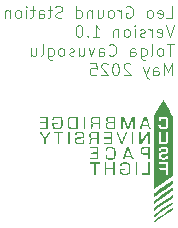
<source format=gbr>
%TF.GenerationSoftware,KiCad,Pcbnew,8.0.6*%
%TF.CreationDate,2025-05-31T15:30:40+01:00*%
%TF.ProjectId,Leo_Ground,4c656f5f-4772-46f7-956e-642e6b696361,rev?*%
%TF.SameCoordinates,Original*%
%TF.FileFunction,Legend,Bot*%
%TF.FilePolarity,Positive*%
%FSLAX46Y46*%
G04 Gerber Fmt 4.6, Leading zero omitted, Abs format (unit mm)*
G04 Created by KiCad (PCBNEW 8.0.6) date 2025-05-31 15:30:40*
%MOMM*%
%LPD*%
G01*
G04 APERTURE LIST*
%ADD10C,0.000000*%
%ADD11C,0.100000*%
G04 APERTURE END LIST*
D10*
G36*
X195872988Y-89825789D02*
G01*
X195897230Y-89896198D01*
X195905937Y-89924718D01*
X195905704Y-89926625D01*
X195905413Y-89927520D01*
X195905004Y-89928377D01*
X195903836Y-89929974D01*
X195902196Y-89931416D01*
X195900083Y-89932702D01*
X195897496Y-89933834D01*
X195894432Y-89934811D01*
X195890889Y-89935632D01*
X195886866Y-89936299D01*
X195882360Y-89936811D01*
X195877370Y-89937167D01*
X195871893Y-89937369D01*
X195865928Y-89937415D01*
X195859472Y-89937307D01*
X195852525Y-89937043D01*
X195845083Y-89936625D01*
X195782906Y-89932656D01*
X195743218Y-89824177D01*
X195703531Y-89714375D01*
X195183625Y-89714375D01*
X195143937Y-89824177D01*
X195105573Y-89932656D01*
X195042073Y-89936625D01*
X195035706Y-89937044D01*
X195029526Y-89937314D01*
X195023562Y-89937441D01*
X195017847Y-89937431D01*
X195012410Y-89937288D01*
X195007284Y-89937020D01*
X195002499Y-89936631D01*
X194998086Y-89936128D01*
X194994076Y-89935517D01*
X194990500Y-89934803D01*
X194987389Y-89933992D01*
X194986017Y-89933552D01*
X194984774Y-89933090D01*
X194983662Y-89932607D01*
X194982686Y-89932103D01*
X194981850Y-89931579D01*
X194981157Y-89931036D01*
X194980611Y-89930474D01*
X194980216Y-89929895D01*
X194979976Y-89929299D01*
X194979896Y-89928687D01*
X194994964Y-89883915D01*
X195035954Y-89770929D01*
X195091327Y-89621770D01*
X195219343Y-89621770D01*
X195445562Y-89621770D01*
X195482531Y-89621750D01*
X195515219Y-89621672D01*
X195543873Y-89621509D01*
X195568738Y-89621233D01*
X195579827Y-89621044D01*
X195590061Y-89620818D01*
X195599471Y-89620549D01*
X195608087Y-89620236D01*
X195615941Y-89619874D01*
X195623063Y-89619460D01*
X195629485Y-89618991D01*
X195635235Y-89618463D01*
X195640347Y-89617873D01*
X195644850Y-89617218D01*
X195648774Y-89616494D01*
X195650529Y-89616106D01*
X195652152Y-89615698D01*
X195653645Y-89615272D01*
X195655013Y-89614827D01*
X195656259Y-89614362D01*
X195657388Y-89613876D01*
X195658403Y-89613370D01*
X195659309Y-89612843D01*
X195660108Y-89612295D01*
X195660805Y-89611724D01*
X195661404Y-89611132D01*
X195661908Y-89610517D01*
X195662321Y-89609878D01*
X195662648Y-89609216D01*
X195662892Y-89608530D01*
X195663057Y-89607820D01*
X195663146Y-89607085D01*
X195663164Y-89606324D01*
X195663114Y-89605538D01*
X195663001Y-89604726D01*
X195662828Y-89603887D01*
X195662598Y-89603022D01*
X195661987Y-89601208D01*
X195661198Y-89599281D01*
X195552718Y-89293687D01*
X195532211Y-89237378D01*
X195512680Y-89185270D01*
X195494606Y-89138464D01*
X195478470Y-89098061D01*
X195464752Y-89065161D01*
X195453934Y-89040865D01*
X195449762Y-89032288D01*
X195446495Y-89026274D01*
X195444193Y-89022962D01*
X195443423Y-89022362D01*
X195442916Y-89022489D01*
X195439439Y-89029163D01*
X195433201Y-89043635D01*
X195413812Y-89092438D01*
X195387478Y-89161829D01*
X195356927Y-89244739D01*
X195249771Y-89539750D01*
X195219343Y-89621770D01*
X195091327Y-89621770D01*
X195170396Y-89408781D01*
X195360896Y-88900781D01*
X195446885Y-88896812D01*
X195532875Y-88892843D01*
X195559333Y-88962958D01*
X195677114Y-89282153D01*
X195789190Y-89590682D01*
X195794765Y-89606324D01*
X195872988Y-89825789D01*
G37*
G36*
X197775642Y-96633071D02*
G01*
X197778087Y-96633488D01*
X197780370Y-96634146D01*
X197782494Y-96635047D01*
X197784464Y-96636193D01*
X197786282Y-96637584D01*
X197787951Y-96639221D01*
X197789476Y-96641106D01*
X197790859Y-96643241D01*
X197792104Y-96645625D01*
X197793215Y-96648261D01*
X197794194Y-96651150D01*
X197795045Y-96654292D01*
X197795772Y-96657690D01*
X197796378Y-96661343D01*
X197796866Y-96665255D01*
X197797239Y-96669425D01*
X197797502Y-96673855D01*
X197797708Y-96683499D01*
X197797594Y-96690935D01*
X197797230Y-96697907D01*
X197796583Y-96704475D01*
X197795620Y-96710702D01*
X197794309Y-96716650D01*
X197792615Y-96722380D01*
X197790507Y-96727956D01*
X197787951Y-96733439D01*
X197784915Y-96738891D01*
X197781365Y-96744374D01*
X197777269Y-96749950D01*
X197772593Y-96755681D01*
X197767305Y-96761629D01*
X197761372Y-96767856D01*
X197754760Y-96774424D01*
X197747437Y-96781395D01*
X197725439Y-96799120D01*
X197681085Y-96832162D01*
X197536101Y-96936507D01*
X197334067Y-97079051D01*
X197096562Y-97244416D01*
X196349114Y-97762999D01*
X196316982Y-97785166D01*
X196301803Y-97795349D01*
X196287268Y-97804898D01*
X196273415Y-97813789D01*
X196260283Y-97821995D01*
X196247910Y-97829493D01*
X196236336Y-97836256D01*
X196225599Y-97842259D01*
X196215737Y-97847477D01*
X196206791Y-97851885D01*
X196198798Y-97855458D01*
X196191797Y-97858171D01*
X196185827Y-97859998D01*
X196183241Y-97860572D01*
X196180927Y-97860915D01*
X196178890Y-97861023D01*
X196177135Y-97860895D01*
X196173876Y-97860257D01*
X196170796Y-97859342D01*
X196167898Y-97858158D01*
X196165182Y-97856717D01*
X196162651Y-97855026D01*
X196160305Y-97853096D01*
X196158146Y-97850936D01*
X196156175Y-97848555D01*
X196154395Y-97845962D01*
X196152805Y-97843168D01*
X196151409Y-97840182D01*
X196150207Y-97837013D01*
X196149200Y-97833670D01*
X196148391Y-97830163D01*
X196147780Y-97826502D01*
X196147370Y-97822696D01*
X196147154Y-97814686D01*
X196147757Y-97806209D01*
X196149189Y-97797340D01*
X196151462Y-97788156D01*
X196154588Y-97778731D01*
X196158578Y-97769141D01*
X196163444Y-97759463D01*
X196169198Y-97749770D01*
X196186721Y-97731795D01*
X196227282Y-97698735D01*
X196290725Y-97650637D01*
X196376896Y-97587547D01*
X196616798Y-97416581D01*
X196945750Y-97186208D01*
X197485996Y-96812980D01*
X197656962Y-96696005D01*
X197706424Y-96662687D01*
X197727593Y-96649104D01*
X197737101Y-96644098D01*
X197745799Y-96640001D01*
X197749853Y-96638296D01*
X197753714Y-96636822D01*
X197757386Y-96635580D01*
X197760873Y-96634572D01*
X197764178Y-96633798D01*
X197767304Y-96633260D01*
X197770254Y-96632958D01*
X197773033Y-96632895D01*
X197775642Y-96633071D01*
G37*
G36*
X193526010Y-88896812D02*
G01*
X193634489Y-88900781D01*
X193809114Y-89328083D01*
X193877038Y-89493902D01*
X193933799Y-89630700D01*
X193973197Y-89724338D01*
X193989031Y-89760677D01*
X193990675Y-89758915D01*
X193994057Y-89752783D01*
X194005671Y-89728286D01*
X194045751Y-89636488D01*
X194103443Y-89499297D01*
X194172916Y-89330729D01*
X194351510Y-88894166D01*
X194569791Y-88894166D01*
X194569791Y-89407458D01*
X194569089Y-89607983D01*
X194567146Y-89773410D01*
X194565787Y-89837574D01*
X194564210Y-89886498D01*
X194562448Y-89918029D01*
X194561507Y-89926598D01*
X194560531Y-89930010D01*
X194559483Y-89930986D01*
X194557852Y-89931927D01*
X194555674Y-89932830D01*
X194552986Y-89933689D01*
X194549826Y-89934503D01*
X194546230Y-89935265D01*
X194537876Y-89936625D01*
X194528220Y-89937736D01*
X194517557Y-89938568D01*
X194506180Y-89939090D01*
X194494385Y-89939270D01*
X194437500Y-89939270D01*
X194434854Y-89481541D01*
X194430885Y-89025135D01*
X194240385Y-89482864D01*
X194048562Y-89940593D01*
X193989031Y-89936625D01*
X193928177Y-89932656D01*
X193736354Y-89465666D01*
X193544531Y-88998677D01*
X193540562Y-89469635D01*
X193537916Y-89939270D01*
X193418854Y-89939270D01*
X193418854Y-88892843D01*
X193526010Y-88896812D01*
G37*
G36*
X186555087Y-90175824D02*
G01*
X186567290Y-90176377D01*
X186580036Y-90177395D01*
X186592968Y-90178847D01*
X186605730Y-90180703D01*
X186617964Y-90182930D01*
X186629315Y-90185498D01*
X186639426Y-90188377D01*
X186647939Y-90191534D01*
X186651486Y-90193208D01*
X186654500Y-90194940D01*
X186656936Y-90196726D01*
X186658750Y-90198562D01*
X186665465Y-90207016D01*
X186677250Y-90223780D01*
X186713486Y-90278268D01*
X186762372Y-90354088D01*
X186818823Y-90443302D01*
X186960375Y-90666875D01*
X187116479Y-90422135D01*
X187272584Y-90177395D01*
X187336083Y-90177395D01*
X187342465Y-90177457D01*
X187348687Y-90177638D01*
X187354716Y-90177936D01*
X187360516Y-90178346D01*
X187366052Y-90178865D01*
X187371291Y-90179488D01*
X187376195Y-90180212D01*
X187380732Y-90181033D01*
X187384865Y-90181947D01*
X187388561Y-90182951D01*
X187390233Y-90183484D01*
X187391783Y-90184039D01*
X187393207Y-90184614D01*
X187394498Y-90185209D01*
X187395655Y-90185823D01*
X187396671Y-90186456D01*
X187397543Y-90187108D01*
X187398266Y-90187777D01*
X187398836Y-90188464D01*
X187399248Y-90189168D01*
X187399499Y-90189888D01*
X187399583Y-90190624D01*
X187395803Y-90198978D01*
X187384969Y-90218261D01*
X187345178Y-90284717D01*
X187286288Y-90380194D01*
X187214375Y-90494895D01*
X187029167Y-90787260D01*
X187029167Y-91222499D01*
X186896875Y-91222499D01*
X186896875Y-90781968D01*
X186705052Y-90486958D01*
X186630431Y-90371533D01*
X186569453Y-90275953D01*
X186528319Y-90210138D01*
X186517131Y-90191493D01*
X186514221Y-90186279D01*
X186513229Y-90184010D01*
X186513602Y-90182482D01*
X186514689Y-90181121D01*
X186516447Y-90179923D01*
X186518831Y-90178884D01*
X186525298Y-90177266D01*
X186533734Y-90176238D01*
X186543783Y-90175768D01*
X186555087Y-90175824D01*
G37*
G36*
X197755768Y-94940832D02*
G01*
X197758899Y-94941137D01*
X197761903Y-94941748D01*
X197764780Y-94942665D01*
X197767531Y-94943888D01*
X197770156Y-94945418D01*
X197772658Y-94947254D01*
X197775035Y-94949399D01*
X197777289Y-94951851D01*
X197779421Y-94954612D01*
X197781432Y-94957682D01*
X197783321Y-94961062D01*
X197786741Y-94968752D01*
X197789685Y-94977686D01*
X197792161Y-94987868D01*
X197794173Y-94999302D01*
X197795728Y-95011992D01*
X197796832Y-95025942D01*
X197797490Y-95041155D01*
X197797708Y-95057635D01*
X197797517Y-95073707D01*
X197796928Y-95088734D01*
X197795912Y-95102783D01*
X197794442Y-95115926D01*
X197792492Y-95128231D01*
X197791328Y-95134092D01*
X197790034Y-95139769D01*
X197788606Y-95145272D01*
X197787041Y-95150610D01*
X197785336Y-95155790D01*
X197783487Y-95160822D01*
X197781490Y-95165715D01*
X197779343Y-95170477D01*
X197777042Y-95175116D01*
X197774583Y-95179643D01*
X197771963Y-95184064D01*
X197769179Y-95188390D01*
X197766228Y-95192629D01*
X197763105Y-95196789D01*
X197759809Y-95200879D01*
X197756334Y-95204909D01*
X197748838Y-95212819D01*
X197740589Y-95220590D01*
X197731562Y-95228291D01*
X197037031Y-95714628D01*
X196271062Y-96245614D01*
X196258188Y-96254470D01*
X196246761Y-96262205D01*
X196236649Y-96268842D01*
X196232043Y-96271757D01*
X196227716Y-96274408D01*
X196223651Y-96276797D01*
X196219830Y-96278927D01*
X196216237Y-96280803D01*
X196212857Y-96282426D01*
X196209670Y-96283800D01*
X196206662Y-96284928D01*
X196203815Y-96285813D01*
X196201113Y-96286459D01*
X196198539Y-96286868D01*
X196196076Y-96287045D01*
X196193707Y-96286991D01*
X196191416Y-96286710D01*
X196189186Y-96286205D01*
X196187001Y-96285479D01*
X196184843Y-96284537D01*
X196182696Y-96283379D01*
X196180543Y-96282011D01*
X196178367Y-96280434D01*
X196176153Y-96278652D01*
X196173882Y-96276669D01*
X196171539Y-96274487D01*
X196169106Y-96272110D01*
X196163906Y-96266781D01*
X196160700Y-96263090D01*
X196157777Y-96258744D01*
X196155134Y-96253784D01*
X196152767Y-96248252D01*
X196150672Y-96242190D01*
X196148846Y-96235640D01*
X196145985Y-96221243D01*
X196144154Y-96205397D01*
X196143326Y-96188436D01*
X196143470Y-96170697D01*
X196144558Y-96152513D01*
X196146561Y-96134222D01*
X196149449Y-96116156D01*
X196153194Y-96098653D01*
X196157767Y-96082047D01*
X196163138Y-96066674D01*
X196169278Y-96052868D01*
X196172627Y-96046658D01*
X196176158Y-96040966D01*
X196179867Y-96035833D01*
X196183750Y-96031301D01*
X196435373Y-95848925D01*
X196959475Y-95480141D01*
X197484321Y-95115078D01*
X197738177Y-94943864D01*
X197745604Y-94941741D01*
X197749121Y-94941134D01*
X197752509Y-94940830D01*
X197755768Y-94940832D01*
G37*
G36*
X189040000Y-91222499D02*
G01*
X188920937Y-91222499D01*
X188923583Y-90703916D01*
X188927552Y-90184010D01*
X188983114Y-90180041D01*
X189040000Y-90176073D01*
X189040000Y-91222499D01*
G37*
G36*
X193771347Y-92763961D02*
G01*
X193817610Y-92764814D01*
X193837910Y-92765490D01*
X193856525Y-92766348D01*
X193873610Y-92767401D01*
X193889316Y-92768658D01*
X193903798Y-92770133D01*
X193917209Y-92771837D01*
X193929700Y-92773780D01*
X193941427Y-92775976D01*
X193952541Y-92778435D01*
X193963195Y-92781169D01*
X193973544Y-92784190D01*
X193983739Y-92787510D01*
X193998400Y-92793117D01*
X194012598Y-92799496D01*
X194026304Y-92806616D01*
X194039488Y-92814444D01*
X194052122Y-92822945D01*
X194064176Y-92832089D01*
X194075622Y-92841840D01*
X194086431Y-92852167D01*
X194096573Y-92863037D01*
X194106019Y-92874417D01*
X194114740Y-92886273D01*
X194122708Y-92898573D01*
X194129892Y-92911284D01*
X194136265Y-92924372D01*
X194141797Y-92937806D01*
X194146458Y-92951551D01*
X194150517Y-92968693D01*
X194154246Y-92991384D01*
X194160638Y-93050688D01*
X194165480Y-93124006D01*
X194168617Y-93205882D01*
X194169893Y-93290859D01*
X194169154Y-93373479D01*
X194166245Y-93448286D01*
X194161010Y-93509822D01*
X194155914Y-93549182D01*
X194149946Y-93585027D01*
X194142947Y-93617531D01*
X194139012Y-93632584D01*
X194134759Y-93646868D01*
X194130168Y-93660404D01*
X194125221Y-93673214D01*
X194119897Y-93685319D01*
X194114176Y-93696741D01*
X194108038Y-93707503D01*
X194101464Y-93717626D01*
X194094434Y-93727131D01*
X194086927Y-93736041D01*
X194078924Y-93744378D01*
X194070405Y-93752162D01*
X194061351Y-93759417D01*
X194051740Y-93766163D01*
X194041555Y-93772423D01*
X194030773Y-93778219D01*
X194019377Y-93783571D01*
X194007345Y-93788503D01*
X193994658Y-93793035D01*
X193981297Y-93797191D01*
X193952470Y-93804456D01*
X193920705Y-93810473D01*
X193885844Y-93815416D01*
X193862019Y-93817853D01*
X193835953Y-93819716D01*
X193778667Y-93821783D01*
X193717133Y-93821741D01*
X193654498Y-93819716D01*
X193593910Y-93815830D01*
X193538516Y-93810207D01*
X193513750Y-93806784D01*
X193491462Y-93802973D01*
X193472046Y-93798789D01*
X193455895Y-93794250D01*
X193435527Y-93786869D01*
X193417030Y-93778486D01*
X193400323Y-93768905D01*
X193385326Y-93757931D01*
X193371957Y-93745368D01*
X193360134Y-93731021D01*
X193349776Y-93714693D01*
X193340802Y-93696188D01*
X193333130Y-93675312D01*
X193326679Y-93651868D01*
X193321367Y-93625661D01*
X193317113Y-93596494D01*
X193313836Y-93564173D01*
X193311455Y-93528501D01*
X193309887Y-93489283D01*
X193309052Y-93446323D01*
X193306406Y-93292864D01*
X193756198Y-93292864D01*
X193760166Y-93343135D01*
X193764135Y-93392083D01*
X193432083Y-93392083D01*
X193424146Y-93426479D01*
X193422451Y-93435283D01*
X193421316Y-93446126D01*
X193420713Y-93458721D01*
X193420611Y-93472781D01*
X193420982Y-93488019D01*
X193421797Y-93504148D01*
X193424642Y-93537934D01*
X193428913Y-93571844D01*
X193431511Y-93588129D01*
X193434378Y-93603584D01*
X193437485Y-93617923D01*
X193440804Y-93630859D01*
X193444304Y-93642105D01*
X193447958Y-93651374D01*
X193452500Y-93659703D01*
X193458250Y-93667340D01*
X193465297Y-93674306D01*
X193473734Y-93680623D01*
X193483652Y-93686313D01*
X193495141Y-93691395D01*
X193508293Y-93695893D01*
X193523199Y-93699826D01*
X193539950Y-93703217D01*
X193558636Y-93706087D01*
X193579350Y-93708456D01*
X193602181Y-93710347D01*
X193627222Y-93711781D01*
X193654563Y-93712779D01*
X193716510Y-93713551D01*
X193747262Y-93713596D01*
X193776057Y-93713226D01*
X193802953Y-93712429D01*
X193828007Y-93711195D01*
X193851279Y-93709511D01*
X193872826Y-93707366D01*
X193892707Y-93704748D01*
X193910979Y-93701645D01*
X193927701Y-93698046D01*
X193942931Y-93693940D01*
X193956726Y-93689314D01*
X193963104Y-93686803D01*
X193969146Y-93684158D01*
X193974858Y-93681377D01*
X193980248Y-93678458D01*
X193985323Y-93675402D01*
X193990090Y-93672205D01*
X193994557Y-93668867D01*
X193998731Y-93665386D01*
X194002619Y-93661760D01*
X194006229Y-93657989D01*
X194012693Y-93649279D01*
X194018688Y-93638047D01*
X194024210Y-93624311D01*
X194029256Y-93608090D01*
X194033821Y-93589405D01*
X194037901Y-93568273D01*
X194041494Y-93544716D01*
X194044594Y-93518752D01*
X194049301Y-93459681D01*
X194051994Y-93391215D01*
X194052639Y-93313509D01*
X194051208Y-93226718D01*
X194049373Y-93166024D01*
X194047066Y-93112617D01*
X194043880Y-93066030D01*
X194039405Y-93025800D01*
X194036557Y-93007923D01*
X194033233Y-92991461D01*
X194029382Y-92976356D01*
X194024954Y-92962548D01*
X194019897Y-92949981D01*
X194014160Y-92938596D01*
X194007692Y-92928335D01*
X194000441Y-92919140D01*
X193992358Y-92910952D01*
X193983390Y-92903715D01*
X193973486Y-92897368D01*
X193962596Y-92891855D01*
X193950668Y-92887117D01*
X193937651Y-92883096D01*
X193923495Y-92879733D01*
X193908147Y-92876972D01*
X193891557Y-92874753D01*
X193873674Y-92873019D01*
X193833823Y-92870771D01*
X193788186Y-92869763D01*
X193736354Y-92869531D01*
X193698118Y-92869879D01*
X193663632Y-92870461D01*
X193632677Y-92871321D01*
X193605034Y-92872507D01*
X193592386Y-92873237D01*
X193580483Y-92874065D01*
X193569300Y-92874998D01*
X193558807Y-92876042D01*
X193548978Y-92877202D01*
X193539785Y-92878484D01*
X193531201Y-92879893D01*
X193523199Y-92881437D01*
X193515751Y-92883120D01*
X193508830Y-92884948D01*
X193502409Y-92886928D01*
X193496459Y-92889064D01*
X193490954Y-92891364D01*
X193485867Y-92893831D01*
X193481170Y-92896474D01*
X193476835Y-92899296D01*
X193472836Y-92902305D01*
X193469144Y-92905505D01*
X193465733Y-92908903D01*
X193462575Y-92912505D01*
X193459643Y-92916316D01*
X193456909Y-92920342D01*
X193454346Y-92924588D01*
X193451927Y-92929062D01*
X193449960Y-92933256D01*
X193448036Y-92937870D01*
X193446166Y-92942860D01*
X193444362Y-92948182D01*
X193442635Y-92953791D01*
X193440997Y-92959641D01*
X193439461Y-92965690D01*
X193438036Y-92971891D01*
X193436736Y-92978201D01*
X193435571Y-92984575D01*
X193434554Y-92990969D01*
X193433695Y-92997337D01*
X193433007Y-93003635D01*
X193432502Y-93009819D01*
X193432190Y-93015844D01*
X193432083Y-93021666D01*
X193432083Y-93074583D01*
X193298469Y-93074583D01*
X193307729Y-93005791D01*
X193312596Y-92968423D01*
X193318511Y-92935051D01*
X193325841Y-92905454D01*
X193334952Y-92879411D01*
X193340290Y-92867653D01*
X193346210Y-92856701D01*
X193352759Y-92846527D01*
X193359982Y-92837104D01*
X193367924Y-92828403D01*
X193376633Y-92820397D01*
X193386153Y-92813059D01*
X193396530Y-92806361D01*
X193407810Y-92800276D01*
X193420039Y-92794775D01*
X193433263Y-92789831D01*
X193447527Y-92785417D01*
X193479359Y-92778067D01*
X193515902Y-92772503D01*
X193557523Y-92768505D01*
X193604587Y-92765852D01*
X193657461Y-92764323D01*
X193716510Y-92763697D01*
X193771347Y-92763961D01*
G37*
G36*
X192916146Y-89837406D02*
G01*
X192916146Y-89941916D01*
X192601292Y-89936625D01*
X192504370Y-89935149D01*
X192464076Y-89934366D01*
X192428672Y-89933503D01*
X192397740Y-89932524D01*
X192370864Y-89931392D01*
X192347627Y-89930070D01*
X192327613Y-89928522D01*
X192310405Y-89926709D01*
X192295587Y-89924597D01*
X192288943Y-89923416D01*
X192282741Y-89922147D01*
X192276928Y-89920784D01*
X192271451Y-89919323D01*
X192266260Y-89917760D01*
X192261301Y-89916089D01*
X192251874Y-89912406D01*
X192242752Y-89908240D01*
X192233521Y-89903552D01*
X192221546Y-89896767D01*
X192210401Y-89889770D01*
X192200046Y-89882501D01*
X192190443Y-89874902D01*
X192181554Y-89866916D01*
X192173338Y-89858485D01*
X192165759Y-89849549D01*
X192158776Y-89840052D01*
X192152351Y-89829934D01*
X192146446Y-89819138D01*
X192141021Y-89807606D01*
X192136038Y-89795279D01*
X192131458Y-89782100D01*
X192127243Y-89768010D01*
X192123353Y-89752950D01*
X192119750Y-89736864D01*
X192117117Y-89723480D01*
X192114921Y-89710129D01*
X192113155Y-89696827D01*
X192111815Y-89683591D01*
X192110894Y-89670439D01*
X192110495Y-89660156D01*
X192230958Y-89660156D01*
X192231411Y-89675764D01*
X192232415Y-89690596D01*
X192233992Y-89704423D01*
X192236167Y-89717020D01*
X192237762Y-89723406D01*
X192239569Y-89729658D01*
X192241582Y-89735766D01*
X192243794Y-89741722D01*
X192246200Y-89747514D01*
X192248794Y-89753134D01*
X192251570Y-89758572D01*
X192254522Y-89763819D01*
X192257645Y-89768863D01*
X192260932Y-89773697D01*
X192264379Y-89778309D01*
X192267979Y-89782691D01*
X192271725Y-89786832D01*
X192275614Y-89790724D01*
X192279638Y-89794356D01*
X192283792Y-89797718D01*
X192289774Y-89801956D01*
X192295995Y-89805759D01*
X192302724Y-89809159D01*
X192310229Y-89812188D01*
X192318781Y-89814875D01*
X192328649Y-89817252D01*
X192340102Y-89819350D01*
X192353410Y-89821200D01*
X192386666Y-89824280D01*
X192430573Y-89826740D01*
X192487286Y-89828828D01*
X192558958Y-89830791D01*
X192797083Y-89837406D01*
X192797083Y-89449791D01*
X192614521Y-89451114D01*
X192572198Y-89451488D01*
X192532980Y-89452122D01*
X192496778Y-89453027D01*
X192463501Y-89454215D01*
X192433062Y-89455697D01*
X192405371Y-89457486D01*
X192380338Y-89459592D01*
X192357875Y-89462028D01*
X192337892Y-89464805D01*
X192320301Y-89467935D01*
X192305012Y-89471429D01*
X192298203Y-89473316D01*
X192291936Y-89475299D01*
X192286200Y-89477378D01*
X192280984Y-89479556D01*
X192276276Y-89481834D01*
X192272066Y-89484213D01*
X192268343Y-89486695D01*
X192265094Y-89489280D01*
X192262310Y-89491972D01*
X192259979Y-89494770D01*
X192255642Y-89502019D01*
X192251577Y-89511211D01*
X192247805Y-89522121D01*
X192244352Y-89534520D01*
X192241240Y-89548183D01*
X192238492Y-89562883D01*
X192236132Y-89578392D01*
X192234182Y-89594485D01*
X192232667Y-89610935D01*
X192231609Y-89627514D01*
X192231031Y-89643997D01*
X192230958Y-89660156D01*
X192110495Y-89660156D01*
X192110387Y-89657386D01*
X192110288Y-89644452D01*
X192110593Y-89631651D01*
X192111294Y-89619001D01*
X192112388Y-89606520D01*
X192113867Y-89594224D01*
X192115727Y-89582129D01*
X192117962Y-89570254D01*
X192120566Y-89558615D01*
X192123534Y-89547228D01*
X192126861Y-89536112D01*
X192130540Y-89525282D01*
X192134566Y-89514756D01*
X192138934Y-89504550D01*
X192143637Y-89494683D01*
X192148671Y-89485170D01*
X192154030Y-89476028D01*
X192159709Y-89467275D01*
X192165701Y-89458928D01*
X192172001Y-89451003D01*
X192178603Y-89443517D01*
X192185503Y-89436488D01*
X192192694Y-89429932D01*
X192200171Y-89423866D01*
X192207928Y-89418308D01*
X192215959Y-89413274D01*
X192224260Y-89408781D01*
X192266594Y-89387614D01*
X192228229Y-89358510D01*
X192217062Y-89349984D01*
X192206856Y-89341216D01*
X192197580Y-89332119D01*
X192189203Y-89322605D01*
X192181694Y-89312587D01*
X192175023Y-89301979D01*
X192169158Y-89290691D01*
X192164068Y-89278639D01*
X192159722Y-89265734D01*
X192156089Y-89251889D01*
X192153138Y-89237016D01*
X192150838Y-89221030D01*
X192149159Y-89203842D01*
X192148068Y-89185366D01*
X192147536Y-89165513D01*
X192147535Y-89161395D01*
X192265271Y-89161395D01*
X192265521Y-89179880D01*
X192266279Y-89197156D01*
X192266851Y-89205349D01*
X192267556Y-89213253D01*
X192268393Y-89220869D01*
X192269364Y-89228203D01*
X192270470Y-89235257D01*
X192271714Y-89242036D01*
X192273097Y-89248544D01*
X192274619Y-89254785D01*
X192276283Y-89260762D01*
X192278090Y-89266479D01*
X192280041Y-89271941D01*
X192282138Y-89277151D01*
X192284382Y-89282112D01*
X192286775Y-89286830D01*
X192289319Y-89291307D01*
X192292013Y-89295547D01*
X192294861Y-89299556D01*
X192297864Y-89303335D01*
X192301022Y-89306890D01*
X192304338Y-89310224D01*
X192307813Y-89313340D01*
X192311448Y-89316244D01*
X192315245Y-89318938D01*
X192319206Y-89321427D01*
X192323331Y-89323714D01*
X192327622Y-89325804D01*
X192332080Y-89327700D01*
X192336708Y-89329406D01*
X192341958Y-89330877D01*
X192349188Y-89332310D01*
X192369078Y-89335028D01*
X192395356Y-89337498D01*
X192426997Y-89339658D01*
X192462980Y-89341446D01*
X192502280Y-89342800D01*
X192543874Y-89343658D01*
X192586740Y-89343958D01*
X192797083Y-89343958D01*
X192797083Y-89000000D01*
X192580125Y-89000000D01*
X192535520Y-89000243D01*
X192492668Y-89000950D01*
X192452575Y-89002093D01*
X192416249Y-89003638D01*
X192384698Y-89005555D01*
X192358929Y-89007813D01*
X192348528Y-89009060D01*
X192339951Y-89010381D01*
X192333323Y-89011772D01*
X192328771Y-89013229D01*
X192320427Y-89016724D01*
X192312748Y-89020789D01*
X192305717Y-89025466D01*
X192299315Y-89030799D01*
X192293526Y-89036829D01*
X192288331Y-89043599D01*
X192283714Y-89051152D01*
X192279658Y-89059531D01*
X192276143Y-89068778D01*
X192273154Y-89078935D01*
X192270673Y-89090046D01*
X192268681Y-89102154D01*
X192267163Y-89115299D01*
X192266100Y-89129527D01*
X192265475Y-89144878D01*
X192265271Y-89161395D01*
X192147535Y-89161395D01*
X192147531Y-89144197D01*
X192148105Y-89122168D01*
X192149335Y-89101221D01*
X192151223Y-89081355D01*
X192153774Y-89062569D01*
X192155299Y-89053581D01*
X192156991Y-89044861D01*
X192158851Y-89036410D01*
X192160879Y-89028228D01*
X192163076Y-89020314D01*
X192165441Y-89012668D01*
X192167977Y-89005291D01*
X192170682Y-88998181D01*
X192173558Y-88991338D01*
X192176605Y-88984762D01*
X192179823Y-88978454D01*
X192183214Y-88972412D01*
X192186777Y-88966637D01*
X192190512Y-88961128D01*
X192194422Y-88955884D01*
X192198505Y-88950907D01*
X192202762Y-88946195D01*
X192207195Y-88941748D01*
X192211803Y-88937567D01*
X192216586Y-88933650D01*
X192221546Y-88929997D01*
X192226683Y-88926609D01*
X192231998Y-88923485D01*
X192237490Y-88920625D01*
X192243419Y-88918003D01*
X192250884Y-88915586D01*
X192270976Y-88911323D01*
X192298881Y-88907742D01*
X192335716Y-88904750D01*
X192382597Y-88902254D01*
X192440640Y-88900161D01*
X192594677Y-88896812D01*
X192916146Y-88891521D01*
X192916146Y-89343958D01*
X192916146Y-89837406D01*
G37*
G36*
X193844308Y-90177458D02*
G01*
X193851171Y-90177649D01*
X193854400Y-90177793D01*
X193857496Y-90177971D01*
X193860460Y-90178183D01*
X193863292Y-90178429D01*
X193865994Y-90178710D01*
X193868568Y-90179026D01*
X193871015Y-90179379D01*
X193873335Y-90179767D01*
X193875531Y-90180193D01*
X193877602Y-90180656D01*
X193879551Y-90181156D01*
X193881379Y-90181695D01*
X193883086Y-90182272D01*
X193884675Y-90182889D01*
X193886146Y-90183546D01*
X193887500Y-90184243D01*
X193888739Y-90184980D01*
X193889864Y-90185759D01*
X193890876Y-90186579D01*
X193891776Y-90187441D01*
X193892566Y-90188346D01*
X193893247Y-90189295D01*
X193893819Y-90190286D01*
X193894285Y-90191322D01*
X193894645Y-90192403D01*
X193894901Y-90193528D01*
X193895054Y-90194699D01*
X193895104Y-90195916D01*
X193891445Y-90209952D01*
X193880965Y-90242714D01*
X193842518Y-90355989D01*
X193716510Y-90714500D01*
X193590502Y-91068710D01*
X193552055Y-91177355D01*
X193537916Y-91218531D01*
X193537458Y-91219011D01*
X193536113Y-91219461D01*
X193530930Y-91220267D01*
X193522708Y-91220949D01*
X193511789Y-91221507D01*
X193483222Y-91222251D01*
X193447958Y-91222499D01*
X193359323Y-91222499D01*
X193176760Y-90709208D01*
X193048933Y-90344083D01*
X193009887Y-90230353D01*
X192999239Y-90198185D01*
X192995521Y-90185333D01*
X192995601Y-90184845D01*
X192995841Y-90184372D01*
X192996782Y-90183478D01*
X192998311Y-90182653D01*
X193000399Y-90181902D01*
X193003014Y-90181228D01*
X193006125Y-90180635D01*
X193009701Y-90180128D01*
X193013711Y-90179710D01*
X193022909Y-90179158D01*
X193033472Y-90179008D01*
X193045151Y-90179292D01*
X193057698Y-90180041D01*
X193078275Y-90181493D01*
X193086708Y-90182361D01*
X193094078Y-90183472D01*
X193097406Y-90184155D01*
X193100518Y-90184941D01*
X193103431Y-90185844D01*
X193106160Y-90186878D01*
X193108723Y-90188058D01*
X193111135Y-90189397D01*
X193113414Y-90190909D01*
X193115575Y-90192609D01*
X193117636Y-90194510D01*
X193119613Y-90196627D01*
X193121521Y-90198974D01*
X193123379Y-90201564D01*
X193125201Y-90204413D01*
X193127005Y-90207532D01*
X193130624Y-90214644D01*
X193134366Y-90223011D01*
X193138365Y-90232746D01*
X193147656Y-90256770D01*
X193169133Y-90315475D01*
X193206360Y-90421804D01*
X193307729Y-90715823D01*
X193358806Y-90866242D01*
X193401821Y-90989501D01*
X193418872Y-91036953D01*
X193432187Y-91072824D01*
X193441191Y-91095518D01*
X193443898Y-91101424D01*
X193445312Y-91103437D01*
X193449555Y-91095396D01*
X193458914Y-91072349D01*
X193490622Y-90987682D01*
X193535725Y-90862335D01*
X193589510Y-90709208D01*
X193693690Y-90411386D01*
X193731269Y-90304953D01*
X193752229Y-90247510D01*
X193777364Y-90177395D01*
X193836896Y-90177395D01*
X193844308Y-90177458D01*
G37*
G36*
X189918939Y-90184172D02*
G01*
X189954384Y-90184687D01*
X189986604Y-90185597D01*
X190015816Y-90186945D01*
X190042239Y-90188774D01*
X190066087Y-90191126D01*
X190087579Y-90194044D01*
X190097510Y-90195728D01*
X190106932Y-90197570D01*
X190115874Y-90199574D01*
X190124363Y-90201747D01*
X190132425Y-90204093D01*
X190140088Y-90206618D01*
X190147379Y-90209327D01*
X190154325Y-90212226D01*
X190160953Y-90215319D01*
X190167290Y-90218612D01*
X190173364Y-90222111D01*
X190179202Y-90225821D01*
X190184830Y-90229746D01*
X190190276Y-90233893D01*
X190195567Y-90238267D01*
X190200730Y-90242873D01*
X190210781Y-90252802D01*
X190217296Y-90260495D01*
X190223444Y-90268912D01*
X190229225Y-90278006D01*
X190234635Y-90287735D01*
X190244337Y-90308914D01*
X190252536Y-90332094D01*
X190259215Y-90356917D01*
X190264359Y-90383026D01*
X190267954Y-90410066D01*
X190269982Y-90437679D01*
X190270429Y-90465510D01*
X190269279Y-90493200D01*
X190266517Y-90520395D01*
X190262127Y-90546737D01*
X190256094Y-90571870D01*
X190248402Y-90595437D01*
X190239035Y-90617082D01*
X190233719Y-90627072D01*
X190227979Y-90636448D01*
X190218639Y-90649774D01*
X190208885Y-90662007D01*
X190198580Y-90673201D01*
X190187589Y-90683411D01*
X190175776Y-90692691D01*
X190163006Y-90701095D01*
X190149144Y-90708677D01*
X190134052Y-90715492D01*
X190117596Y-90721593D01*
X190099641Y-90727036D01*
X190080050Y-90731874D01*
X190058687Y-90736162D01*
X190035418Y-90739954D01*
X190010106Y-90743304D01*
X189982616Y-90746266D01*
X189952813Y-90748895D01*
X189842378Y-90758318D01*
X189797709Y-90762630D01*
X189759398Y-90766982D01*
X189742469Y-90769245D01*
X189726940Y-90771605D01*
X189712747Y-90774091D01*
X189699828Y-90776731D01*
X189688119Y-90779554D01*
X189677557Y-90782589D01*
X189668079Y-90785864D01*
X189659621Y-90789410D01*
X189652121Y-90793253D01*
X189645514Y-90797424D01*
X189639739Y-90801951D01*
X189634731Y-90806863D01*
X189630428Y-90812189D01*
X189626765Y-90817957D01*
X189623681Y-90824197D01*
X189621112Y-90830937D01*
X189618994Y-90838206D01*
X189617264Y-90846033D01*
X189615859Y-90854446D01*
X189614717Y-90863475D01*
X189612964Y-90883495D01*
X189611500Y-90906323D01*
X189610617Y-90928261D01*
X189610446Y-90938757D01*
X189610456Y-90948940D01*
X189610648Y-90958811D01*
X189611023Y-90968371D01*
X189611582Y-90977622D01*
X189612327Y-90986566D01*
X189613257Y-90995203D01*
X189614375Y-91003535D01*
X189615680Y-91011565D01*
X189617174Y-91019292D01*
X189618858Y-91026719D01*
X189620733Y-91033848D01*
X189622800Y-91040678D01*
X189625060Y-91047213D01*
X189627513Y-91053453D01*
X189630162Y-91059400D01*
X189633006Y-91065056D01*
X189636046Y-91070421D01*
X189639285Y-91075497D01*
X189642722Y-91080287D01*
X189646358Y-91084790D01*
X189650195Y-91089009D01*
X189654234Y-91092945D01*
X189658475Y-91096599D01*
X189662920Y-91099974D01*
X189667569Y-91103070D01*
X189672423Y-91105889D01*
X189677484Y-91108432D01*
X189682753Y-91110701D01*
X189688229Y-91112697D01*
X189701215Y-91116215D01*
X189718444Y-91119325D01*
X189739325Y-91122019D01*
X189763263Y-91124294D01*
X189817942Y-91127557D01*
X189877737Y-91129069D01*
X189937904Y-91128782D01*
X189993699Y-91126650D01*
X190018474Y-91124878D01*
X190040378Y-91122627D01*
X190058817Y-91119892D01*
X190073198Y-91116666D01*
X190083449Y-91113404D01*
X190092884Y-91109545D01*
X190101525Y-91105051D01*
X190109392Y-91099882D01*
X190116508Y-91094000D01*
X190119790Y-91090779D01*
X190122893Y-91087366D01*
X190125818Y-91083755D01*
X190128568Y-91079941D01*
X190133556Y-91071687D01*
X190137877Y-91062565D01*
X190141553Y-91052536D01*
X190144605Y-91041561D01*
X190147054Y-91029602D01*
X190148922Y-91016619D01*
X190150230Y-91002575D01*
X190150999Y-90987430D01*
X190151250Y-90971145D01*
X190151250Y-90905000D01*
X190287511Y-90905000D01*
X190278250Y-90987021D01*
X190274780Y-91013470D01*
X190270770Y-91037824D01*
X190266143Y-91060185D01*
X190263575Y-91070651D01*
X190260825Y-91080658D01*
X190257882Y-91090220D01*
X190254739Y-91099349D01*
X190251384Y-91108058D01*
X190247810Y-91116361D01*
X190244006Y-91124271D01*
X190239962Y-91131800D01*
X190235671Y-91138962D01*
X190231121Y-91145770D01*
X190226304Y-91152237D01*
X190221210Y-91158376D01*
X190215829Y-91164200D01*
X190210153Y-91169722D01*
X190204172Y-91174956D01*
X190197876Y-91179914D01*
X190191256Y-91184609D01*
X190184302Y-91189054D01*
X190177005Y-91193264D01*
X190169356Y-91197250D01*
X190161345Y-91201025D01*
X190152963Y-91204604D01*
X190144200Y-91207998D01*
X190135046Y-91211222D01*
X190115531Y-91217208D01*
X190097452Y-91221737D01*
X190075823Y-91225414D01*
X190050442Y-91228254D01*
X190021108Y-91230272D01*
X189987619Y-91231484D01*
X189949774Y-91231905D01*
X189907371Y-91231551D01*
X189860208Y-91230437D01*
X189818632Y-91229307D01*
X189781045Y-91227846D01*
X189747186Y-91225969D01*
X189731573Y-91224850D01*
X189716796Y-91223595D01*
X189702820Y-91222195D01*
X189689615Y-91220640D01*
X189677146Y-91218918D01*
X189665383Y-91217019D01*
X189654292Y-91214934D01*
X189643841Y-91212651D01*
X189633997Y-91210160D01*
X189624729Y-91207451D01*
X189616003Y-91204514D01*
X189607788Y-91201337D01*
X189600050Y-91197911D01*
X189592757Y-91194225D01*
X189585877Y-91190268D01*
X189579377Y-91186031D01*
X189573225Y-91181503D01*
X189567389Y-91176673D01*
X189561835Y-91171531D01*
X189556532Y-91166067D01*
X189551447Y-91160269D01*
X189546548Y-91154129D01*
X189541801Y-91147635D01*
X189537176Y-91140777D01*
X189532638Y-91133544D01*
X189528156Y-91125927D01*
X189518816Y-91108563D01*
X189514910Y-91100347D01*
X189511475Y-91092192D01*
X189508482Y-91083914D01*
X189505902Y-91075325D01*
X189503705Y-91066240D01*
X189501863Y-91056474D01*
X189500347Y-91045839D01*
X189499127Y-91034149D01*
X189498175Y-91021220D01*
X189497461Y-91006864D01*
X189496631Y-90973130D01*
X189496406Y-90931458D01*
X189496913Y-90888088D01*
X189498727Y-90849540D01*
X189502284Y-90815488D01*
X189508023Y-90785606D01*
X189511848Y-90772128D01*
X189516383Y-90759569D01*
X189521682Y-90747891D01*
X189527800Y-90737051D01*
X189534792Y-90727010D01*
X189542713Y-90717727D01*
X189551617Y-90709160D01*
X189561560Y-90701270D01*
X189572595Y-90694016D01*
X189584779Y-90687357D01*
X189598164Y-90681251D01*
X189612807Y-90675660D01*
X189646084Y-90665854D01*
X189685046Y-90657614D01*
X189730131Y-90650615D01*
X189781779Y-90644530D01*
X189840426Y-90639034D01*
X189906510Y-90633802D01*
X189946320Y-90630808D01*
X189981596Y-90627652D01*
X190012608Y-90624139D01*
X190039629Y-90620076D01*
X190051727Y-90617778D01*
X190062928Y-90615269D01*
X190073268Y-90612526D01*
X190082779Y-90609524D01*
X190091495Y-90606239D01*
X190099451Y-90602647D01*
X190106680Y-90598724D01*
X190113216Y-90594445D01*
X190119094Y-90589786D01*
X190124346Y-90584723D01*
X190129008Y-90579232D01*
X190133112Y-90573288D01*
X190136693Y-90566868D01*
X190139785Y-90559947D01*
X190142421Y-90552501D01*
X190144636Y-90544505D01*
X190146463Y-90535935D01*
X190147937Y-90526768D01*
X190149090Y-90516979D01*
X190149958Y-90506543D01*
X190150973Y-90483636D01*
X190151250Y-90457854D01*
X190150998Y-90440607D01*
X190150227Y-90424556D01*
X190149639Y-90416965D01*
X190148913Y-90409656D01*
X190148046Y-90402624D01*
X190147033Y-90395863D01*
X190145874Y-90389367D01*
X190144565Y-90383131D01*
X190143102Y-90377150D01*
X190141483Y-90371417D01*
X190139706Y-90365928D01*
X190137767Y-90360676D01*
X190135662Y-90355656D01*
X190133391Y-90350863D01*
X190130949Y-90346291D01*
X190128333Y-90341934D01*
X190125541Y-90337786D01*
X190122570Y-90333843D01*
X190119416Y-90330099D01*
X190116078Y-90326548D01*
X190112551Y-90323184D01*
X190108834Y-90320002D01*
X190104923Y-90316996D01*
X190100815Y-90314161D01*
X190096508Y-90311492D01*
X190091998Y-90308982D01*
X190087282Y-90306626D01*
X190082359Y-90304418D01*
X190077224Y-90302354D01*
X190071875Y-90300427D01*
X190058748Y-90296909D01*
X190041585Y-90293802D01*
X190020968Y-90291113D01*
X189997481Y-90288851D01*
X189944231Y-90285637D01*
X189886501Y-90284221D01*
X189828957Y-90284665D01*
X189776265Y-90287032D01*
X189753197Y-90288956D01*
X189733092Y-90291383D01*
X189716534Y-90294322D01*
X189704104Y-90297781D01*
X189696137Y-90300923D01*
X189688614Y-90304876D01*
X189681545Y-90309611D01*
X189674938Y-90315103D01*
X189668804Y-90321323D01*
X189663153Y-90328244D01*
X189657994Y-90335840D01*
X189653337Y-90344083D01*
X189649192Y-90352946D01*
X189645568Y-90362402D01*
X189642474Y-90372424D01*
X189639922Y-90382985D01*
X189637920Y-90394057D01*
X189636478Y-90405614D01*
X189635605Y-90417628D01*
X189635313Y-90430072D01*
X189635268Y-90436608D01*
X189635080Y-90442356D01*
X189634667Y-90447368D01*
X189633948Y-90451694D01*
X189633449Y-90453615D01*
X189632842Y-90455384D01*
X189632118Y-90457007D01*
X189631266Y-90458489D01*
X189630277Y-90459838D01*
X189629140Y-90461060D01*
X189627846Y-90462160D01*
X189626383Y-90463146D01*
X189624742Y-90464022D01*
X189622912Y-90464797D01*
X189620884Y-90465476D01*
X189618647Y-90466065D01*
X189613506Y-90467000D01*
X189607407Y-90467652D01*
X189600270Y-90468071D01*
X189592013Y-90468308D01*
X189571812Y-90468437D01*
X189508313Y-90468437D01*
X189517573Y-90390385D01*
X189521774Y-90359290D01*
X189527125Y-90331381D01*
X189533906Y-90306495D01*
X189542398Y-90284469D01*
X189547374Y-90274478D01*
X189552882Y-90265141D01*
X189558959Y-90256437D01*
X189565640Y-90248347D01*
X189572959Y-90240850D01*
X189580951Y-90233926D01*
X189589652Y-90227553D01*
X189599098Y-90221713D01*
X189609322Y-90216384D01*
X189620360Y-90211547D01*
X189632248Y-90207181D01*
X189645020Y-90203265D01*
X189673358Y-90196703D01*
X189705655Y-90191699D01*
X189742191Y-90188091D01*
X189783249Y-90185715D01*
X189829109Y-90184409D01*
X189880052Y-90184010D01*
X189918939Y-90184172D01*
G37*
G36*
X197760660Y-95564543D02*
G01*
X197764165Y-95565141D01*
X197767477Y-95566120D01*
X197770600Y-95567483D01*
X197773535Y-95569233D01*
X197776286Y-95571372D01*
X197778856Y-95573903D01*
X197781248Y-95576830D01*
X197783465Y-95580155D01*
X197785509Y-95583881D01*
X197787383Y-95588011D01*
X197789091Y-95592548D01*
X197790635Y-95597495D01*
X197793243Y-95608630D01*
X197795231Y-95621439D01*
X197796623Y-95635946D01*
X197797441Y-95652174D01*
X197797708Y-95670145D01*
X197797641Y-95682426D01*
X197797419Y-95693539D01*
X197797010Y-95703591D01*
X197796385Y-95712685D01*
X197795512Y-95720927D01*
X197794972Y-95724761D01*
X197794359Y-95728421D01*
X197793669Y-95731920D01*
X197792897Y-95735271D01*
X197792040Y-95738488D01*
X197791093Y-95741583D01*
X197790054Y-95744569D01*
X197788918Y-95747460D01*
X197787681Y-95750269D01*
X197786339Y-95753008D01*
X197784889Y-95755691D01*
X197783326Y-95758332D01*
X197781648Y-95760942D01*
X197779849Y-95763535D01*
X197777926Y-95766124D01*
X197775875Y-95768722D01*
X197771374Y-95773999D01*
X197766315Y-95779470D01*
X197760666Y-95785239D01*
X197561216Y-95929520D01*
X197125501Y-96236023D01*
X196634968Y-96577749D01*
X196271062Y-96827697D01*
X196253721Y-96839213D01*
X196237878Y-96848944D01*
X196230502Y-96853135D01*
X196223481Y-96856873D01*
X196216808Y-96860156D01*
X196210477Y-96862982D01*
X196204481Y-96865349D01*
X196198814Y-96867254D01*
X196193469Y-96868696D01*
X196188439Y-96869671D01*
X196183719Y-96870179D01*
X196179301Y-96870217D01*
X196175180Y-96869782D01*
X196171347Y-96868873D01*
X196167798Y-96867487D01*
X196164525Y-96865622D01*
X196161522Y-96863276D01*
X196158782Y-96860447D01*
X196156299Y-96857133D01*
X196154067Y-96853330D01*
X196152077Y-96849038D01*
X196150325Y-96844254D01*
X196148804Y-96838976D01*
X196147507Y-96833202D01*
X196146427Y-96826929D01*
X196145558Y-96820155D01*
X196144894Y-96812878D01*
X196144428Y-96805097D01*
X196144062Y-96788010D01*
X196144804Y-96774341D01*
X196146525Y-96760642D01*
X196149210Y-96746943D01*
X196152847Y-96733274D01*
X196157422Y-96719668D01*
X196162922Y-96706154D01*
X196169332Y-96692765D01*
X196176639Y-96679531D01*
X196184830Y-96666482D01*
X196193891Y-96653651D01*
X196203809Y-96641068D01*
X196214570Y-96628764D01*
X196226160Y-96616769D01*
X196238566Y-96605116D01*
X196251774Y-96593835D01*
X196265771Y-96582957D01*
X197014872Y-96060075D01*
X197714364Y-95578864D01*
X197725329Y-95573116D01*
X197735417Y-95568787D01*
X197740140Y-95567161D01*
X197744653Y-95565899D01*
X197748959Y-95565004D01*
X197753060Y-95564477D01*
X197756959Y-95564323D01*
X197760660Y-95564543D01*
G37*
G36*
X196150677Y-91969947D02*
G01*
X196149850Y-93648894D01*
X196149002Y-93815230D01*
X196148031Y-93467489D01*
X196148031Y-90464468D01*
X196150677Y-91969947D01*
G37*
G36*
X197794818Y-89450350D02*
G01*
X197795461Y-89617745D01*
X197796041Y-90055668D01*
X197795864Y-90591479D01*
X197795844Y-90652558D01*
X197795073Y-91434166D01*
X197793853Y-92188229D01*
X197791222Y-93815416D01*
X197791093Y-93894791D01*
X197758020Y-93926546D01*
X197735918Y-93943964D01*
X197685632Y-93980806D01*
X197513281Y-94103652D01*
X197266516Y-94276850D01*
X196970885Y-94482171D01*
X196677199Y-94685693D01*
X196434117Y-94852255D01*
X196266937Y-94964742D01*
X196219716Y-94995360D01*
X196200958Y-95006041D01*
X196199365Y-95005934D01*
X196197578Y-95005620D01*
X196195620Y-95005108D01*
X196193514Y-95004409D01*
X196191284Y-95003531D01*
X196188954Y-95002485D01*
X196186546Y-95001279D01*
X196184083Y-94999925D01*
X196181590Y-94998431D01*
X196179088Y-94996807D01*
X196176603Y-94995063D01*
X196174156Y-94993209D01*
X196171771Y-94991254D01*
X196169472Y-94989207D01*
X196167282Y-94987079D01*
X196165224Y-94984879D01*
X196163534Y-94982279D01*
X196161934Y-94977692D01*
X196158997Y-94960992D01*
X196156393Y-94931652D01*
X196154104Y-94886548D01*
X196152109Y-94822553D01*
X196150389Y-94736543D01*
X196147698Y-94485970D01*
X196145874Y-94109823D01*
X196144764Y-93583096D01*
X196144409Y-92770312D01*
X196567396Y-92770312D01*
X196567396Y-92942291D01*
X197202396Y-92942291D01*
X197202396Y-93220103D01*
X196645453Y-93220103D01*
X196649406Y-93303458D01*
X196653385Y-93385468D01*
X196927219Y-93389447D01*
X197202396Y-93392083D01*
X197202396Y-93815416D01*
X197400833Y-93815416D01*
X197400833Y-92770312D01*
X196567396Y-92770312D01*
X196144409Y-92770312D01*
X196144159Y-92199823D01*
X196568411Y-92199823D01*
X196570031Y-92243781D01*
X196572555Y-92279559D01*
X196576266Y-92312092D01*
X196581331Y-92341549D01*
X196584422Y-92355175D01*
X196587913Y-92368095D01*
X196591824Y-92380328D01*
X196596177Y-92391896D01*
X196600991Y-92402820D01*
X196606288Y-92413121D01*
X196612087Y-92422819D01*
X196618411Y-92431935D01*
X196625278Y-92440490D01*
X196632709Y-92448505D01*
X196640726Y-92456000D01*
X196649349Y-92462997D01*
X196658598Y-92469517D01*
X196668495Y-92475579D01*
X196679058Y-92481205D01*
X196690310Y-92486417D01*
X196702271Y-92491233D01*
X196714961Y-92495677D01*
X196728401Y-92499767D01*
X196742612Y-92503526D01*
X196773426Y-92510131D01*
X196807570Y-92515659D01*
X196845208Y-92520276D01*
X196890083Y-92524614D01*
X196929625Y-92527697D01*
X196965570Y-92529509D01*
X196999653Y-92530035D01*
X197033613Y-92529258D01*
X197069186Y-92527163D01*
X197108107Y-92523735D01*
X197152114Y-92518958D01*
X197183495Y-92514583D01*
X197212224Y-92509325D01*
X197238411Y-92503075D01*
X197262164Y-92495723D01*
X197273162Y-92491601D01*
X197283592Y-92487163D01*
X197293468Y-92482395D01*
X197302803Y-92477284D01*
X197311611Y-92471817D01*
X197319905Y-92465980D01*
X197327700Y-92459759D01*
X197335008Y-92453140D01*
X197341843Y-92446111D01*
X197348219Y-92438657D01*
X197354149Y-92430766D01*
X197359647Y-92422423D01*
X197364726Y-92413615D01*
X197369401Y-92404328D01*
X197373684Y-92394549D01*
X197377589Y-92384264D01*
X197381130Y-92373460D01*
X197384320Y-92362123D01*
X197389702Y-92337796D01*
X197393844Y-92311175D01*
X197396854Y-92282151D01*
X197404812Y-92188229D01*
X197312208Y-92188229D01*
X197294420Y-92188323D01*
X197278677Y-92188676D01*
X197264852Y-92189389D01*
X197252820Y-92190566D01*
X197247436Y-92191360D01*
X197242454Y-92192309D01*
X197237856Y-92193424D01*
X197233628Y-92194720D01*
X197229754Y-92196208D01*
X197226217Y-92197902D01*
X197223003Y-92199815D01*
X197220095Y-92201959D01*
X197217477Y-92204347D01*
X197215135Y-92206992D01*
X197213052Y-92209907D01*
X197211212Y-92213105D01*
X197209600Y-92216598D01*
X197208200Y-92220400D01*
X197206996Y-92224522D01*
X197205973Y-92228979D01*
X197204405Y-92238946D01*
X197203370Y-92250403D01*
X197202742Y-92263452D01*
X197202396Y-92278197D01*
X197202274Y-92283193D01*
X197201908Y-92288014D01*
X197201289Y-92292663D01*
X197200414Y-92297142D01*
X197199276Y-92301454D01*
X197197870Y-92305602D01*
X197196190Y-92309589D01*
X197194231Y-92313419D01*
X197191988Y-92317094D01*
X197189453Y-92320616D01*
X197186623Y-92323989D01*
X197183491Y-92327216D01*
X197180052Y-92330299D01*
X197176301Y-92333242D01*
X197172231Y-92336047D01*
X197167837Y-92338718D01*
X197163114Y-92341257D01*
X197158055Y-92343667D01*
X197152656Y-92345951D01*
X197146911Y-92348112D01*
X197140815Y-92350153D01*
X197134361Y-92352076D01*
X197127544Y-92353886D01*
X197120358Y-92355584D01*
X197112799Y-92357173D01*
X197104860Y-92358657D01*
X197096536Y-92360038D01*
X197087821Y-92361319D01*
X197069197Y-92363594D01*
X197048942Y-92365504D01*
X197025071Y-92367166D01*
X197001651Y-92368194D01*
X196978793Y-92368606D01*
X196956608Y-92368419D01*
X196935205Y-92367651D01*
X196914696Y-92366319D01*
X196895191Y-92364440D01*
X196876800Y-92362032D01*
X196859634Y-92359113D01*
X196843803Y-92355699D01*
X196829418Y-92351809D01*
X196816589Y-92347459D01*
X196805426Y-92342668D01*
X196796040Y-92337452D01*
X196788542Y-92331829D01*
X196783041Y-92325817D01*
X196781322Y-92322972D01*
X196779643Y-92319427D01*
X196778014Y-92315227D01*
X196776446Y-92310417D01*
X196774947Y-92305040D01*
X196773527Y-92299143D01*
X196772196Y-92292768D01*
X196770965Y-92285962D01*
X196769841Y-92278768D01*
X196768836Y-92271230D01*
X196767959Y-92263395D01*
X196767220Y-92255306D01*
X196766628Y-92247007D01*
X196766193Y-92238544D01*
X196765925Y-92229960D01*
X196765833Y-92221302D01*
X196765982Y-92200293D01*
X196766654Y-92181785D01*
X196767292Y-92173406D01*
X196768187Y-92165579D01*
X196769381Y-92158277D01*
X196770916Y-92151477D01*
X196772836Y-92145154D01*
X196775181Y-92139283D01*
X196777994Y-92133839D01*
X196781317Y-92128797D01*
X196785193Y-92124134D01*
X196789663Y-92119823D01*
X196794769Y-92115841D01*
X196800554Y-92112163D01*
X196807061Y-92108764D01*
X196814330Y-92105620D01*
X196822404Y-92102705D01*
X196831326Y-92099995D01*
X196841137Y-92097465D01*
X196851880Y-92095090D01*
X196863597Y-92092847D01*
X196876329Y-92090709D01*
X196905011Y-92086654D01*
X196938262Y-92082726D01*
X196976420Y-92078728D01*
X197019823Y-92074463D01*
X197077672Y-92068606D01*
X197129398Y-92062272D01*
X197175326Y-92055202D01*
X197215782Y-92047136D01*
X197251091Y-92037813D01*
X197266917Y-92032600D01*
X197281579Y-92026976D01*
X197295117Y-92020907D01*
X197307571Y-92014363D01*
X197318983Y-92007310D01*
X197329393Y-91999715D01*
X197338842Y-91991548D01*
X197347370Y-91982774D01*
X197355019Y-91973361D01*
X197361828Y-91963278D01*
X197367839Y-91952491D01*
X197373092Y-91940968D01*
X197377628Y-91928677D01*
X197381488Y-91915585D01*
X197384712Y-91901659D01*
X197387341Y-91886868D01*
X197390978Y-91854559D01*
X197392722Y-91818398D01*
X197392901Y-91778125D01*
X197392416Y-91752426D01*
X197391443Y-91728374D01*
X197389959Y-91705906D01*
X197387940Y-91684964D01*
X197385362Y-91665487D01*
X197382204Y-91647415D01*
X197378440Y-91630688D01*
X197374049Y-91615246D01*
X197369007Y-91601028D01*
X197363290Y-91587975D01*
X197356876Y-91576027D01*
X197349741Y-91565123D01*
X197341861Y-91555203D01*
X197333214Y-91546208D01*
X197323777Y-91538077D01*
X197313526Y-91530750D01*
X197302434Y-91524246D01*
X197289812Y-91518132D01*
X197275756Y-91512408D01*
X197260365Y-91507076D01*
X197243735Y-91502137D01*
X197225964Y-91497593D01*
X197207149Y-91493445D01*
X197187389Y-91489695D01*
X197166779Y-91486344D01*
X197145418Y-91483394D01*
X197123404Y-91480846D01*
X197100832Y-91478702D01*
X197077802Y-91476962D01*
X197054410Y-91475629D01*
X197030753Y-91474705D01*
X197006929Y-91474189D01*
X196959170Y-91474392D01*
X196911911Y-91476249D01*
X196865931Y-91479771D01*
X196822008Y-91484972D01*
X196801062Y-91488205D01*
X196780922Y-91491862D01*
X196761687Y-91495944D01*
X196743453Y-91500454D01*
X196726318Y-91505392D01*
X196710379Y-91510760D01*
X196695733Y-91516559D01*
X196682479Y-91522791D01*
X196677922Y-91525208D01*
X196673432Y-91527984D01*
X196669013Y-91531107D01*
X196664672Y-91534564D01*
X196660411Y-91538343D01*
X196656237Y-91542432D01*
X196652154Y-91546816D01*
X196648167Y-91551485D01*
X196644281Y-91556426D01*
X196640501Y-91561624D01*
X196636831Y-91567070D01*
X196633276Y-91572748D01*
X196626532Y-91584756D01*
X196620307Y-91597546D01*
X196614640Y-91611019D01*
X196609571Y-91625073D01*
X196605136Y-91639608D01*
X196601376Y-91654522D01*
X196598329Y-91669715D01*
X196596034Y-91685085D01*
X196594529Y-91700533D01*
X196593854Y-91715958D01*
X196593854Y-91778125D01*
X196686458Y-91778125D01*
X196716280Y-91778001D01*
X196728461Y-91777777D01*
X196739002Y-91777382D01*
X196748039Y-91776771D01*
X196755708Y-91775895D01*
X196762144Y-91774710D01*
X196767484Y-91773169D01*
X196769785Y-91772250D01*
X196771863Y-91771224D01*
X196773734Y-91770086D01*
X196775415Y-91768830D01*
X196776925Y-91767450D01*
X196778279Y-91765939D01*
X196780587Y-91762506D01*
X196782478Y-91758484D01*
X196784085Y-91753826D01*
X196785546Y-91748485D01*
X196786995Y-91742416D01*
X196788594Y-91734269D01*
X196790364Y-91725859D01*
X196794105Y-91709178D01*
X196800224Y-91682885D01*
X196801417Y-91679587D01*
X196803010Y-91676391D01*
X196804999Y-91673299D01*
X196807381Y-91670311D01*
X196810152Y-91667430D01*
X196813310Y-91664657D01*
X196816850Y-91661994D01*
X196820769Y-91659441D01*
X196825065Y-91657001D01*
X196829733Y-91654674D01*
X196834770Y-91652463D01*
X196840173Y-91650369D01*
X196845938Y-91648392D01*
X196852063Y-91646536D01*
X196858543Y-91644800D01*
X196865375Y-91643187D01*
X196872556Y-91641698D01*
X196880082Y-91640335D01*
X196896157Y-91637990D01*
X196913574Y-91636164D01*
X196932304Y-91634870D01*
X196952321Y-91634119D01*
X196973598Y-91633922D01*
X196996108Y-91634292D01*
X197019823Y-91635239D01*
X197045097Y-91636663D01*
X197067913Y-91638510D01*
X197088390Y-91640861D01*
X197106642Y-91643797D01*
X197122785Y-91647399D01*
X197136937Y-91651750D01*
X197143302Y-91654231D01*
X197149213Y-91656930D01*
X197154683Y-91659856D01*
X197159729Y-91663020D01*
X197164364Y-91666433D01*
X197168602Y-91670103D01*
X197172458Y-91674042D01*
X197175948Y-91678260D01*
X197179084Y-91682766D01*
X197181883Y-91687571D01*
X197184358Y-91692685D01*
X197186523Y-91698119D01*
X197188394Y-91703882D01*
X197189985Y-91709984D01*
X197192385Y-91723249D01*
X197193839Y-91737994D01*
X197194463Y-91754301D01*
X197194568Y-91774466D01*
X197194308Y-91792398D01*
X197193568Y-91808253D01*
X197192232Y-91822186D01*
X197191303Y-91828480D01*
X197190182Y-91834352D01*
X197188853Y-91839821D01*
X197187302Y-91844906D01*
X197185515Y-91849626D01*
X197183478Y-91854002D01*
X197181174Y-91858052D01*
X197178591Y-91861796D01*
X197175713Y-91865254D01*
X197172526Y-91868443D01*
X197169015Y-91871385D01*
X197165166Y-91874098D01*
X197160965Y-91876602D01*
X197156396Y-91878916D01*
X197151445Y-91881059D01*
X197146098Y-91883051D01*
X197134158Y-91886659D01*
X197120457Y-91889895D01*
X197104881Y-91892913D01*
X197087312Y-91895869D01*
X197044171Y-91901408D01*
X196994207Y-91907442D01*
X196943498Y-91912980D01*
X196919765Y-91915253D01*
X196898125Y-91917031D01*
X196847423Y-91921921D01*
X196801823Y-91927815D01*
X196761094Y-91934941D01*
X196725007Y-91943529D01*
X196708632Y-91948442D01*
X196693330Y-91953806D01*
X196679074Y-91959649D01*
X196665833Y-91966001D01*
X196653580Y-91972890D01*
X196642286Y-91980344D01*
X196631921Y-91988392D01*
X196622457Y-91997062D01*
X196613865Y-92006384D01*
X196606116Y-92016385D01*
X196599182Y-92027094D01*
X196593033Y-92038541D01*
X196587641Y-92050753D01*
X196582977Y-92063759D01*
X196579012Y-92077587D01*
X196575717Y-92092267D01*
X196573064Y-92107827D01*
X196571023Y-92124295D01*
X196568665Y-92160071D01*
X196568411Y-92199823D01*
X196144159Y-92199823D01*
X196144062Y-91977880D01*
X196146556Y-90190624D01*
X196566078Y-90190624D01*
X196570031Y-90617937D01*
X196573235Y-90838511D01*
X196575263Y-90915613D01*
X196577803Y-90974623D01*
X196581025Y-91018564D01*
X196585100Y-91050460D01*
X196590198Y-91073333D01*
X196596489Y-91090208D01*
X196601043Y-91099666D01*
X196605791Y-91108700D01*
X196610754Y-91117318D01*
X196615956Y-91125531D01*
X196621420Y-91133348D01*
X196627169Y-91140777D01*
X196633224Y-91147830D01*
X196639610Y-91154514D01*
X196646348Y-91160840D01*
X196653462Y-91166816D01*
X196660974Y-91172454D01*
X196668907Y-91177761D01*
X196677284Y-91182747D01*
X196686127Y-91187422D01*
X196695460Y-91191795D01*
X196705304Y-91195876D01*
X196715684Y-91199674D01*
X196726621Y-91203198D01*
X196738139Y-91206458D01*
X196750260Y-91209464D01*
X196763006Y-91212225D01*
X196776402Y-91214750D01*
X196790469Y-91217048D01*
X196805230Y-91219130D01*
X196820708Y-91221005D01*
X196836925Y-91222681D01*
X196871671Y-91225479D01*
X196909649Y-91227598D01*
X196951041Y-91229114D01*
X196985613Y-91229861D01*
X197020246Y-91230127D01*
X197054010Y-91229928D01*
X197085976Y-91229280D01*
X197115214Y-91228197D01*
X197140793Y-91226696D01*
X197161783Y-91224791D01*
X197177255Y-91222499D01*
X197198423Y-91218230D01*
X197218294Y-91213334D01*
X197236906Y-91207776D01*
X197254295Y-91201518D01*
X197270498Y-91194524D01*
X197285552Y-91186756D01*
X197299494Y-91178178D01*
X197312360Y-91168753D01*
X197324188Y-91158445D01*
X197335014Y-91147216D01*
X197344874Y-91135030D01*
X197353807Y-91121850D01*
X197361848Y-91107639D01*
X197369034Y-91092360D01*
X197375402Y-91075977D01*
X197380989Y-91058453D01*
X197383828Y-91048180D01*
X197386400Y-91036542D01*
X197388716Y-91023293D01*
X197390787Y-91008184D01*
X197392626Y-90990967D01*
X197394244Y-90971393D01*
X197395653Y-90949215D01*
X197396864Y-90924184D01*
X197398740Y-90864573D01*
X197399965Y-90790575D01*
X197400631Y-90700205D01*
X197400833Y-90591479D01*
X197400833Y-90190624D01*
X197202396Y-90190624D01*
X197202396Y-90580885D01*
X197201425Y-90754167D01*
X197198595Y-90881686D01*
X197196521Y-90928554D01*
X197194028Y-90964308D01*
X197191132Y-90989053D01*
X197187849Y-91002900D01*
X197185770Y-91007032D01*
X197183497Y-91010996D01*
X197181021Y-91014794D01*
X197178335Y-91018429D01*
X197175429Y-91021903D01*
X197172297Y-91025218D01*
X197168929Y-91028378D01*
X197165317Y-91031384D01*
X197161453Y-91034238D01*
X197157329Y-91036944D01*
X197152937Y-91039504D01*
X197148268Y-91041920D01*
X197143314Y-91044194D01*
X197138067Y-91046329D01*
X197132519Y-91048328D01*
X197126661Y-91050192D01*
X197120485Y-91051925D01*
X197113984Y-91053528D01*
X197107148Y-91055004D01*
X197099969Y-91056356D01*
X197092440Y-91057586D01*
X197084552Y-91058696D01*
X197076296Y-91059689D01*
X197067666Y-91060567D01*
X197049245Y-91061988D01*
X197029223Y-91062980D01*
X197007535Y-91063560D01*
X196984114Y-91063749D01*
X196960694Y-91063560D01*
X196939006Y-91062980D01*
X196918984Y-91061988D01*
X196900563Y-91060567D01*
X196883677Y-91058696D01*
X196868259Y-91056356D01*
X196854245Y-91053528D01*
X196841567Y-91050192D01*
X196830161Y-91046329D01*
X196819961Y-91041920D01*
X196810899Y-91036944D01*
X196802912Y-91031384D01*
X196795932Y-91025218D01*
X196789894Y-91018429D01*
X196784732Y-91010996D01*
X196780380Y-91002900D01*
X196778690Y-90997332D01*
X196777096Y-90989053D01*
X196775599Y-90978050D01*
X196774200Y-90964308D01*
X196771708Y-90928554D01*
X196769634Y-90881686D01*
X196767994Y-90823593D01*
X196766804Y-90754167D01*
X196766078Y-90673301D01*
X196765833Y-90580885D01*
X196765833Y-90190624D01*
X196566078Y-90190624D01*
X196146556Y-90190624D01*
X196147423Y-89568854D01*
X196551531Y-89568854D01*
X196560781Y-89665437D01*
X196563087Y-89686232D01*
X196566019Y-89706411D01*
X196569551Y-89725915D01*
X196573660Y-89744687D01*
X196578318Y-89762668D01*
X196583502Y-89779800D01*
X196589186Y-89796026D01*
X196595345Y-89811286D01*
X196601953Y-89825523D01*
X196608986Y-89838679D01*
X196616417Y-89850695D01*
X196624223Y-89861514D01*
X196632378Y-89871077D01*
X196640856Y-89879326D01*
X196649632Y-89886203D01*
X196658682Y-89891651D01*
X196677866Y-89899986D01*
X196701774Y-89907605D01*
X196729798Y-89914477D01*
X196761330Y-89920567D01*
X196795760Y-89925843D01*
X196832480Y-89930273D01*
X196870883Y-89933822D01*
X196910359Y-89936459D01*
X196950300Y-89938150D01*
X196990098Y-89938863D01*
X197029144Y-89938564D01*
X197066830Y-89937220D01*
X197102547Y-89934800D01*
X197135687Y-89931269D01*
X197165641Y-89926595D01*
X197191802Y-89920744D01*
X197207639Y-89916181D01*
X197222441Y-89911396D01*
X197236259Y-89906356D01*
X197249143Y-89901025D01*
X197261143Y-89895368D01*
X197272310Y-89889351D01*
X197282694Y-89882939D01*
X197292346Y-89876096D01*
X197301316Y-89868788D01*
X197309653Y-89860981D01*
X197317410Y-89852638D01*
X197324635Y-89843726D01*
X197331380Y-89834209D01*
X197337695Y-89824053D01*
X197343629Y-89813222D01*
X197349234Y-89801682D01*
X197358297Y-89776617D01*
X197366605Y-89745156D01*
X197374120Y-89708156D01*
X197380799Y-89666476D01*
X197386602Y-89620974D01*
X197391489Y-89572510D01*
X197398350Y-89470126D01*
X197401056Y-89366192D01*
X197400749Y-89315789D01*
X197399282Y-89267575D01*
X197396613Y-89222407D01*
X197392702Y-89181143D01*
X197387507Y-89144643D01*
X197380989Y-89113765D01*
X197375943Y-89095787D01*
X197370697Y-89079015D01*
X197365207Y-89063387D01*
X197359428Y-89048839D01*
X197353316Y-89035306D01*
X197346825Y-89022724D01*
X197339912Y-89011030D01*
X197332532Y-89000160D01*
X197324641Y-88990049D01*
X197316193Y-88980634D01*
X197307144Y-88971850D01*
X197297451Y-88963635D01*
X197287067Y-88955923D01*
X197275950Y-88948651D01*
X197264053Y-88941755D01*
X197251333Y-88935172D01*
X197239767Y-88929990D01*
X197226953Y-88925112D01*
X197212979Y-88920538D01*
X197197928Y-88916270D01*
X197181887Y-88912309D01*
X197164942Y-88908657D01*
X197147178Y-88905314D01*
X197128682Y-88902282D01*
X197109538Y-88899562D01*
X197089832Y-88897155D01*
X197069651Y-88895063D01*
X197049079Y-88893286D01*
X197007109Y-88890684D01*
X196964606Y-88889360D01*
X196922258Y-88889324D01*
X196880749Y-88890585D01*
X196840768Y-88893153D01*
X196802999Y-88897037D01*
X196768129Y-88902246D01*
X196751995Y-88905351D01*
X196736844Y-88908791D01*
X196722761Y-88912567D01*
X196709831Y-88916679D01*
X196698141Y-88921131D01*
X196687776Y-88925921D01*
X196680796Y-88929816D01*
X196673997Y-88934053D01*
X196667382Y-88938627D01*
X196660953Y-88943533D01*
X196654713Y-88948764D01*
X196648665Y-88954315D01*
X196642811Y-88960179D01*
X196637154Y-88966352D01*
X196631697Y-88972827D01*
X196626442Y-88979599D01*
X196621392Y-88986661D01*
X196616549Y-88994009D01*
X196611917Y-89001635D01*
X196607498Y-89009534D01*
X196603294Y-89017701D01*
X196599308Y-89026130D01*
X196595544Y-89034814D01*
X196592003Y-89043748D01*
X196588688Y-89052927D01*
X196585602Y-89062344D01*
X196582748Y-89071993D01*
X196580128Y-89081869D01*
X196577745Y-89091966D01*
X196575601Y-89102278D01*
X196572043Y-89123525D01*
X196569475Y-89145562D01*
X196567919Y-89168343D01*
X196567396Y-89191822D01*
X196567396Y-89238124D01*
X196761854Y-89238124D01*
X196769812Y-89177276D01*
X196771784Y-89161216D01*
X196774305Y-89146712D01*
X196775807Y-89140016D01*
X196777488Y-89133677D01*
X196779364Y-89127683D01*
X196781448Y-89122023D01*
X196783755Y-89116687D01*
X196786299Y-89111664D01*
X196789095Y-89106943D01*
X196792156Y-89102513D01*
X196795498Y-89098362D01*
X196799133Y-89094481D01*
X196803078Y-89090858D01*
X196807345Y-89087483D01*
X196811949Y-89084343D01*
X196816905Y-89081430D01*
X196822226Y-89078731D01*
X196827928Y-89076235D01*
X196834024Y-89073933D01*
X196840529Y-89071812D01*
X196847457Y-89069862D01*
X196854821Y-89068073D01*
X196862638Y-89066433D01*
X196870920Y-89064931D01*
X196888940Y-89062298D01*
X196908994Y-89060088D01*
X196931198Y-89058213D01*
X196955136Y-89056570D01*
X196977846Y-89055610D01*
X196999340Y-89055337D01*
X197019628Y-89055751D01*
X197038723Y-89056855D01*
X197056635Y-89058650D01*
X197073377Y-89061139D01*
X197088961Y-89064324D01*
X197103397Y-89068206D01*
X197116697Y-89072788D01*
X197128874Y-89078072D01*
X197139938Y-89084059D01*
X197149901Y-89090752D01*
X197158775Y-89098152D01*
X197166571Y-89106262D01*
X197173302Y-89115083D01*
X197176824Y-89120938D01*
X197178441Y-89124025D01*
X197179965Y-89127258D01*
X197181399Y-89130671D01*
X197182745Y-89134292D01*
X197184006Y-89138154D01*
X197185186Y-89142287D01*
X197186285Y-89146723D01*
X197187308Y-89151491D01*
X197189135Y-89162153D01*
X197190686Y-89174520D01*
X197191983Y-89188841D01*
X197193047Y-89205363D01*
X197193901Y-89224334D01*
X197194564Y-89246003D01*
X197195059Y-89270617D01*
X197195407Y-89298425D01*
X197195629Y-89329674D01*
X197195781Y-89403489D01*
X197195036Y-89522320D01*
X197193617Y-89570741D01*
X197191066Y-89612470D01*
X197187058Y-89647982D01*
X197181267Y-89677755D01*
X197177601Y-89690637D01*
X197173367Y-89702264D01*
X197168525Y-89712694D01*
X197163034Y-89721986D01*
X197156852Y-89730202D01*
X197149940Y-89737399D01*
X197142257Y-89743638D01*
X197133762Y-89748979D01*
X197124414Y-89753480D01*
X197114173Y-89757202D01*
X197102998Y-89760204D01*
X197090848Y-89762546D01*
X197063462Y-89765486D01*
X197031688Y-89766500D01*
X196995202Y-89766064D01*
X196953677Y-89764656D01*
X196925026Y-89763550D01*
X196899469Y-89762134D01*
X196876811Y-89760283D01*
X196856858Y-89757875D01*
X196839417Y-89754784D01*
X196824294Y-89750888D01*
X196817541Y-89748598D01*
X196811295Y-89746061D01*
X196805532Y-89743259D01*
X196800226Y-89740179D01*
X196795355Y-89736805D01*
X196790894Y-89733120D01*
X196786818Y-89729109D01*
X196783104Y-89724758D01*
X196779726Y-89720050D01*
X196776662Y-89714970D01*
X196773887Y-89709503D01*
X196771375Y-89703632D01*
X196767050Y-89690619D01*
X196763491Y-89675809D01*
X196760506Y-89659076D01*
X196757901Y-89640296D01*
X196749968Y-89568854D01*
X196551531Y-89568854D01*
X196147423Y-89568854D01*
X196147535Y-89488820D01*
X196153550Y-89057141D01*
X196163906Y-88924604D01*
X196197793Y-88856016D01*
X196277244Y-88708534D01*
X196516965Y-88276540D01*
X196771319Y-87827926D01*
X196869064Y-87659671D01*
X196928562Y-87562000D01*
X196931997Y-87557073D01*
X196935359Y-87552465D01*
X196938652Y-87548173D01*
X196941882Y-87544200D01*
X196945052Y-87540544D01*
X196948168Y-87537205D01*
X196951235Y-87534185D01*
X196954256Y-87531482D01*
X196957236Y-87529097D01*
X196960180Y-87527030D01*
X196963093Y-87525281D01*
X196965978Y-87523849D01*
X196968842Y-87522736D01*
X196971688Y-87521941D01*
X196974520Y-87521463D01*
X196977345Y-87521304D01*
X196978755Y-87521344D01*
X196980165Y-87521463D01*
X196981575Y-87521662D01*
X196982985Y-87521941D01*
X196984397Y-87522299D01*
X196985811Y-87522736D01*
X196987227Y-87523253D01*
X196988646Y-87523849D01*
X196990069Y-87524525D01*
X196991496Y-87525281D01*
X196992928Y-87526115D01*
X196994365Y-87527030D01*
X196995808Y-87528024D01*
X196997257Y-87529097D01*
X197000178Y-87531482D01*
X197003132Y-87534185D01*
X197006123Y-87537205D01*
X197009156Y-87540544D01*
X197012236Y-87544200D01*
X197015368Y-87548173D01*
X197018556Y-87552465D01*
X197021805Y-87557073D01*
X197025120Y-87562000D01*
X197166299Y-87805954D01*
X197415377Y-88251570D01*
X197656518Y-88689745D01*
X197773885Y-88911374D01*
X197777858Y-88923879D01*
X197779667Y-88931556D01*
X197781361Y-88940719D01*
X197782944Y-88951770D01*
X197784418Y-88965112D01*
X197787056Y-89000277D01*
X197789298Y-89049434D01*
X197791170Y-89115801D01*
X197792697Y-89202596D01*
X197793905Y-89313040D01*
X197794258Y-89366192D01*
X197794818Y-89450350D01*
G37*
G36*
X192519501Y-91470120D02*
G01*
X192577479Y-91473854D01*
X192612148Y-91477321D01*
X192644304Y-91481313D01*
X192674069Y-91485891D01*
X192701564Y-91491114D01*
X192714499Y-91493986D01*
X192726913Y-91497042D01*
X192738820Y-91500289D01*
X192750236Y-91503736D01*
X192761176Y-91507388D01*
X192771656Y-91511255D01*
X192781691Y-91515343D01*
X192791295Y-91519660D01*
X192800485Y-91524213D01*
X192809276Y-91529010D01*
X192817682Y-91534059D01*
X192825720Y-91539367D01*
X192833403Y-91544941D01*
X192840749Y-91550789D01*
X192847771Y-91556918D01*
X192854485Y-91563337D01*
X192860907Y-91570052D01*
X192867051Y-91577071D01*
X192872934Y-91584401D01*
X192878569Y-91592051D01*
X192883973Y-91600027D01*
X192889161Y-91608337D01*
X192894147Y-91616988D01*
X192898948Y-91625989D01*
X192903967Y-91639345D01*
X192908591Y-91659535D01*
X192912796Y-91685767D01*
X192916559Y-91717250D01*
X192922667Y-91792793D01*
X192926729Y-91879824D01*
X192928558Y-91972002D01*
X192927969Y-92062986D01*
X192924776Y-92146435D01*
X192922144Y-92183353D01*
X192918791Y-92216010D01*
X192913902Y-92252272D01*
X192908575Y-92285280D01*
X192902682Y-92315222D01*
X192896095Y-92342286D01*
X192892502Y-92354798D01*
X192888687Y-92366661D01*
X192884634Y-92377899D01*
X192880329Y-92388534D01*
X192875754Y-92398591D01*
X192870893Y-92408093D01*
X192865732Y-92417064D01*
X192860252Y-92425527D01*
X192854440Y-92433505D01*
X192848278Y-92441022D01*
X192841751Y-92448102D01*
X192834843Y-92454768D01*
X192827538Y-92461043D01*
X192819819Y-92466952D01*
X192811671Y-92472516D01*
X192803078Y-92477761D01*
X192794023Y-92482710D01*
X192784492Y-92487385D01*
X192774467Y-92491811D01*
X192763933Y-92496011D01*
X192741273Y-92503827D01*
X192716385Y-92511020D01*
X192691126Y-92516698D01*
X192661900Y-92521345D01*
X192629329Y-92524985D01*
X192594036Y-92527639D01*
X192556642Y-92529333D01*
X192517769Y-92530089D01*
X192478040Y-92529930D01*
X192438077Y-92528880D01*
X192398501Y-92526961D01*
X192359934Y-92524198D01*
X192322999Y-92520613D01*
X192288318Y-92516229D01*
X192256513Y-92511071D01*
X192228206Y-92505160D01*
X192204018Y-92498521D01*
X192184573Y-92491177D01*
X192174187Y-92485832D01*
X192164370Y-92479242D01*
X192155130Y-92471431D01*
X192146477Y-92462424D01*
X192138421Y-92452246D01*
X192130971Y-92440924D01*
X192124138Y-92428481D01*
X192117931Y-92414944D01*
X192112359Y-92400336D01*
X192107433Y-92384684D01*
X192103161Y-92368013D01*
X192099555Y-92350348D01*
X192096622Y-92331714D01*
X192094374Y-92312136D01*
X192092820Y-92291639D01*
X192091969Y-92270250D01*
X192089323Y-92168385D01*
X192143563Y-92164416D01*
X192197802Y-92160447D01*
X192207062Y-92255697D01*
X192209666Y-92279428D01*
X192212636Y-92300620D01*
X192216152Y-92319432D01*
X192220395Y-92336023D01*
X192222845Y-92343536D01*
X192225545Y-92350553D01*
X192228516Y-92357094D01*
X192231782Y-92363179D01*
X192235364Y-92368828D01*
X192239286Y-92374062D01*
X192243570Y-92378898D01*
X192248238Y-92383359D01*
X192253313Y-92387463D01*
X192258818Y-92391230D01*
X192264775Y-92394680D01*
X192271206Y-92397833D01*
X192278134Y-92400710D01*
X192285582Y-92403329D01*
X192293572Y-92405710D01*
X192302126Y-92407874D01*
X192321020Y-92411629D01*
X192342442Y-92414752D01*
X192366573Y-92417403D01*
X192393593Y-92419739D01*
X192419746Y-92421710D01*
X192445554Y-92423163D01*
X192470920Y-92424108D01*
X192495748Y-92424555D01*
X192519939Y-92424514D01*
X192543398Y-92423995D01*
X192566028Y-92423006D01*
X192587732Y-92421558D01*
X192608412Y-92419661D01*
X192627972Y-92417323D01*
X192646315Y-92414556D01*
X192663345Y-92411368D01*
X192678963Y-92407769D01*
X192693074Y-92403769D01*
X192705580Y-92399377D01*
X192716385Y-92394604D01*
X192726985Y-92388393D01*
X192736503Y-92381439D01*
X192745006Y-92373404D01*
X192752559Y-92363949D01*
X192759228Y-92352734D01*
X192765080Y-92339421D01*
X192770180Y-92323670D01*
X192774594Y-92305141D01*
X192778387Y-92283497D01*
X192781627Y-92258398D01*
X192784378Y-92229504D01*
X192786707Y-92196476D01*
X192790360Y-92116665D01*
X192793114Y-92016249D01*
X192794379Y-91962607D01*
X192795174Y-91914101D01*
X192795460Y-91870439D01*
X192795202Y-91831331D01*
X192794363Y-91796486D01*
X192792905Y-91765614D01*
X192791933Y-91751576D01*
X192790793Y-91738423D01*
X192789479Y-91726118D01*
X192787988Y-91714624D01*
X192786315Y-91703906D01*
X192784455Y-91693926D01*
X192782404Y-91684649D01*
X192780157Y-91676038D01*
X192777709Y-91668056D01*
X192775056Y-91660668D01*
X192772193Y-91653838D01*
X192769116Y-91647528D01*
X192765820Y-91641702D01*
X192762300Y-91636325D01*
X192758552Y-91631359D01*
X192754572Y-91626769D01*
X192750354Y-91622518D01*
X192745894Y-91618570D01*
X192741187Y-91614888D01*
X192736229Y-91611437D01*
X192729051Y-91607348D01*
X192720241Y-91603516D01*
X192698182Y-91596621D01*
X192670957Y-91590758D01*
X192639470Y-91585929D01*
X192604627Y-91582140D01*
X192567332Y-91579392D01*
X192528491Y-91577692D01*
X192489009Y-91577041D01*
X192449790Y-91577445D01*
X192411740Y-91578907D01*
X192375763Y-91581430D01*
X192342765Y-91585020D01*
X192313650Y-91589679D01*
X192289324Y-91595412D01*
X192270691Y-91602222D01*
X192263792Y-91606033D01*
X192258656Y-91610114D01*
X192256659Y-91612371D01*
X192254646Y-91615147D01*
X192252633Y-91618404D01*
X192250636Y-91622103D01*
X192248670Y-91626205D01*
X192246750Y-91630671D01*
X192244892Y-91635463D01*
X192243112Y-91640541D01*
X192241425Y-91645868D01*
X192239846Y-91651404D01*
X192238391Y-91657110D01*
X192237076Y-91662948D01*
X192235916Y-91668879D01*
X192234926Y-91674865D01*
X192234123Y-91680866D01*
X192233521Y-91686843D01*
X192229022Y-91726086D01*
X192226943Y-91741921D01*
X192224818Y-91755469D01*
X192223703Y-91761442D01*
X192222531Y-91766909D01*
X192221290Y-91771894D01*
X192219963Y-91776419D01*
X192218537Y-91780506D01*
X192216996Y-91784177D01*
X192215326Y-91787455D01*
X192213511Y-91790361D01*
X192211538Y-91792919D01*
X192209391Y-91795151D01*
X192207056Y-91797078D01*
X192204517Y-91798723D01*
X192201761Y-91800108D01*
X192198771Y-91801256D01*
X192195534Y-91802189D01*
X192192035Y-91802929D01*
X192188258Y-91803499D01*
X192184190Y-91803920D01*
X192175119Y-91804407D01*
X192164702Y-91804569D01*
X192152823Y-91804583D01*
X192091969Y-91804583D01*
X192099906Y-91718593D01*
X192101995Y-91699517D01*
X192104771Y-91681012D01*
X192108211Y-91663123D01*
X192112288Y-91645895D01*
X192116977Y-91629372D01*
X192122254Y-91613600D01*
X192128092Y-91598621D01*
X192134467Y-91584483D01*
X192141354Y-91571227D01*
X192144982Y-91564945D01*
X192148727Y-91558900D01*
X192152589Y-91553099D01*
X192156562Y-91547546D01*
X192160644Y-91542247D01*
X192164832Y-91537209D01*
X192169123Y-91532436D01*
X192173514Y-91527934D01*
X192178000Y-91523709D01*
X192182581Y-91519766D01*
X192187251Y-91516110D01*
X192192008Y-91512748D01*
X192196849Y-91509685D01*
X192201771Y-91506927D01*
X192214754Y-91500960D01*
X192229797Y-91495467D01*
X192246759Y-91490460D01*
X192265498Y-91485946D01*
X192285873Y-91481936D01*
X192307741Y-91478440D01*
X192330962Y-91475467D01*
X192355394Y-91473027D01*
X192407327Y-91469784D01*
X192462406Y-91468789D01*
X192519501Y-91470120D01*
G37*
G36*
X191513854Y-91222499D02*
G01*
X191381563Y-91222499D01*
X191381563Y-90812395D01*
X191157989Y-90812395D01*
X191086673Y-90812509D01*
X191057313Y-90812709D01*
X191031713Y-90813057D01*
X191009547Y-90813591D01*
X190999650Y-90813939D01*
X190990488Y-90814349D01*
X190982021Y-90814824D01*
X190974208Y-90815371D01*
X190967008Y-90815993D01*
X190960379Y-90816695D01*
X190954281Y-90817483D01*
X190948674Y-90818360D01*
X190943516Y-90819333D01*
X190938765Y-90820405D01*
X190934382Y-90821582D01*
X190930325Y-90822869D01*
X190926554Y-90824270D01*
X190923027Y-90825790D01*
X190919704Y-90827434D01*
X190916543Y-90829207D01*
X190913503Y-90831114D01*
X190910545Y-90833159D01*
X190907626Y-90835348D01*
X190904705Y-90837684D01*
X190898698Y-90842822D01*
X190890849Y-90850123D01*
X190883660Y-90858193D01*
X190877106Y-90867120D01*
X190871164Y-90876991D01*
X190865812Y-90887892D01*
X190861026Y-90899912D01*
X190856782Y-90913137D01*
X190853057Y-90927654D01*
X190849829Y-90943552D01*
X190847073Y-90960916D01*
X190844767Y-90979834D01*
X190842888Y-91000394D01*
X190841411Y-91022683D01*
X190840314Y-91046787D01*
X190839167Y-91100791D01*
X190839167Y-91222499D01*
X190717458Y-91222499D01*
X190722750Y-91045229D01*
X190723616Y-91010557D01*
X190724781Y-90979318D01*
X190726325Y-90951284D01*
X190728331Y-90926228D01*
X190729532Y-90914746D01*
X190730879Y-90903924D01*
X190732382Y-90893733D01*
X190734052Y-90884145D01*
X190735897Y-90875132D01*
X190737929Y-90866665D01*
X190740158Y-90858716D01*
X190742594Y-90851256D01*
X190745247Y-90844258D01*
X190748126Y-90837692D01*
X190751244Y-90831531D01*
X190754609Y-90825746D01*
X190758231Y-90820309D01*
X190762122Y-90815191D01*
X190766290Y-90810365D01*
X190770747Y-90805801D01*
X190775502Y-90801472D01*
X190780566Y-90797349D01*
X190785949Y-90793404D01*
X190791661Y-90789609D01*
X190797711Y-90785934D01*
X190804111Y-90782352D01*
X190810871Y-90778835D01*
X190818000Y-90775354D01*
X190853718Y-90756833D01*
X190811385Y-90735666D01*
X190796769Y-90727745D01*
X190783630Y-90719737D01*
X190771894Y-90711461D01*
X190761487Y-90702738D01*
X190752335Y-90693387D01*
X190744366Y-90683227D01*
X190737505Y-90672080D01*
X190731680Y-90659764D01*
X190726815Y-90646099D01*
X190722838Y-90630905D01*
X190719674Y-90614002D01*
X190717251Y-90595210D01*
X190715495Y-90574347D01*
X190714332Y-90551236D01*
X190713688Y-90525693D01*
X190713539Y-90504655D01*
X190827359Y-90504655D01*
X190827706Y-90524574D01*
X190828124Y-90534016D01*
X190828707Y-90543120D01*
X190829458Y-90551893D01*
X190830376Y-90560340D01*
X190831464Y-90568468D01*
X190832723Y-90576283D01*
X190834154Y-90583791D01*
X190835759Y-90590998D01*
X190837540Y-90597909D01*
X190839497Y-90604532D01*
X190841633Y-90610872D01*
X190843949Y-90616935D01*
X190846445Y-90622727D01*
X190849125Y-90628254D01*
X190851988Y-90633523D01*
X190855037Y-90638539D01*
X190858273Y-90643308D01*
X190861698Y-90647837D01*
X190865312Y-90652131D01*
X190869118Y-90656197D01*
X190873116Y-90660041D01*
X190877309Y-90663668D01*
X190881697Y-90667085D01*
X190886283Y-90670298D01*
X190891067Y-90673312D01*
X190896052Y-90676135D01*
X190902598Y-90679005D01*
X190909914Y-90681669D01*
X190927327Y-90686429D01*
X190949235Y-90690506D01*
X190976585Y-90693994D01*
X191010322Y-90696986D01*
X191051391Y-90699575D01*
X191100740Y-90701854D01*
X191159312Y-90703916D01*
X191381563Y-90710531D01*
X191381563Y-90283229D01*
X191205614Y-90284552D01*
X191145875Y-90285002D01*
X191092885Y-90285980D01*
X191046232Y-90287676D01*
X191005503Y-90290277D01*
X190987231Y-90291976D01*
X190970285Y-90293971D01*
X190954614Y-90296287D01*
X190940166Y-90298946D01*
X190926889Y-90301973D01*
X190914732Y-90305390D01*
X190903644Y-90309221D01*
X190893572Y-90313490D01*
X190884465Y-90318221D01*
X190876271Y-90323436D01*
X190868940Y-90329159D01*
X190862419Y-90335414D01*
X190856656Y-90342224D01*
X190851600Y-90349613D01*
X190847200Y-90357604D01*
X190843404Y-90366221D01*
X190840160Y-90375487D01*
X190837417Y-90385426D01*
X190835123Y-90396060D01*
X190833227Y-90407415D01*
X190831676Y-90419513D01*
X190830420Y-90432377D01*
X190828583Y-90460500D01*
X190827655Y-90483312D01*
X190827359Y-90504655D01*
X190713539Y-90504655D01*
X190713489Y-90497541D01*
X190713766Y-90465730D01*
X190714644Y-90436656D01*
X190716201Y-90410140D01*
X190717258Y-90397785D01*
X190718512Y-90386003D01*
X190719974Y-90374771D01*
X190721653Y-90364068D01*
X190723558Y-90353870D01*
X190725698Y-90344155D01*
X190728084Y-90334902D01*
X190730724Y-90326088D01*
X190733628Y-90317690D01*
X190736806Y-90309687D01*
X190740267Y-90302056D01*
X190744020Y-90294775D01*
X190748075Y-90287821D01*
X190752441Y-90281172D01*
X190757128Y-90274806D01*
X190762145Y-90268701D01*
X190767501Y-90262835D01*
X190773207Y-90257184D01*
X190779271Y-90251727D01*
X190785703Y-90246442D01*
X190792513Y-90241305D01*
X190799709Y-90236296D01*
X190807302Y-90231392D01*
X190815300Y-90226569D01*
X190832552Y-90217083D01*
X190854000Y-90206600D01*
X190864082Y-90202354D01*
X190874410Y-90198707D01*
X190885490Y-90195610D01*
X190897827Y-90193015D01*
X190911928Y-90190873D01*
X190928298Y-90189136D01*
X190969869Y-90186684D01*
X191026586Y-90185271D01*
X191201646Y-90184010D01*
X191507239Y-90184010D01*
X191511208Y-90703916D01*
X191511242Y-90710531D01*
X191513854Y-91222499D01*
G37*
G36*
X194305208Y-90177395D02*
G01*
X194424270Y-90177395D01*
X194424270Y-91222499D01*
X194305208Y-91222499D01*
X194305208Y-90177395D01*
G37*
G36*
X195826562Y-92518958D02*
G01*
X195694271Y-92518958D01*
X195694271Y-92108854D01*
X195478635Y-92108854D01*
X195411149Y-92108294D01*
X195350813Y-92106425D01*
X195297245Y-92102959D01*
X195272879Y-92100537D01*
X195250060Y-92097609D01*
X195228741Y-92094138D01*
X195208874Y-92090089D01*
X195190412Y-92085425D01*
X195173305Y-92080111D01*
X195157506Y-92074111D01*
X195142968Y-92067390D01*
X195129641Y-92059910D01*
X195117479Y-92051637D01*
X195106433Y-92042535D01*
X195096455Y-92032568D01*
X195087497Y-92021699D01*
X195079512Y-92009893D01*
X195072451Y-91997115D01*
X195066267Y-91983328D01*
X195060911Y-91968496D01*
X195056335Y-91952584D01*
X195052492Y-91935556D01*
X195049334Y-91917376D01*
X195046812Y-91898007D01*
X195044879Y-91877415D01*
X195042586Y-91832417D01*
X195042385Y-91812738D01*
X195161114Y-91812738D01*
X195161587Y-91835798D01*
X195162615Y-91856692D01*
X195163355Y-91866365D01*
X195164256Y-91875545D01*
X195165326Y-91884246D01*
X195166572Y-91892483D01*
X195168002Y-91900274D01*
X195169623Y-91907633D01*
X195171442Y-91914577D01*
X195173468Y-91921121D01*
X195175707Y-91927280D01*
X195178168Y-91933071D01*
X195180857Y-91938509D01*
X195183782Y-91943611D01*
X195186951Y-91948391D01*
X195190371Y-91952866D01*
X195194050Y-91957051D01*
X195197995Y-91960962D01*
X195202214Y-91964615D01*
X195206714Y-91968025D01*
X195211503Y-91971209D01*
X195216588Y-91974181D01*
X195221976Y-91976959D01*
X195227676Y-91979557D01*
X195233695Y-91981991D01*
X195240040Y-91984277D01*
X195246719Y-91986431D01*
X195253739Y-91988468D01*
X195267837Y-91991372D01*
X195288631Y-91994091D01*
X195315131Y-91996561D01*
X195346344Y-91998721D01*
X195381277Y-92000509D01*
X195418939Y-92001863D01*
X195458337Y-92002720D01*
X195498479Y-92003020D01*
X195694271Y-92003020D01*
X195694271Y-91579687D01*
X195511708Y-91581010D01*
X195453080Y-91581395D01*
X195401418Y-91582227D01*
X195356279Y-91583769D01*
X195317219Y-91586281D01*
X195299830Y-91587983D01*
X195283794Y-91590026D01*
X195269056Y-91592442D01*
X195255561Y-91595265D01*
X195243253Y-91598526D01*
X195232076Y-91602260D01*
X195221975Y-91606497D01*
X195212894Y-91611272D01*
X195204779Y-91616616D01*
X195197573Y-91622563D01*
X195191222Y-91629144D01*
X195185669Y-91636394D01*
X195180859Y-91644344D01*
X195176737Y-91653028D01*
X195173247Y-91662477D01*
X195170334Y-91672725D01*
X195167942Y-91683805D01*
X195166016Y-91695748D01*
X195164500Y-91708588D01*
X195163339Y-91722358D01*
X195161860Y-91752816D01*
X195161135Y-91787385D01*
X195161114Y-91812738D01*
X195042385Y-91812738D01*
X195042073Y-91782093D01*
X195042668Y-91753787D01*
X195043980Y-91727355D01*
X195046043Y-91702717D01*
X195047368Y-91691046D01*
X195048894Y-91679795D01*
X195050625Y-91668952D01*
X195052566Y-91658507D01*
X195054721Y-91648452D01*
X195057095Y-91638776D01*
X195059692Y-91629470D01*
X195062515Y-91620522D01*
X195065571Y-91611924D01*
X195068862Y-91603665D01*
X195072393Y-91595735D01*
X195076169Y-91588125D01*
X195080195Y-91580825D01*
X195084473Y-91573824D01*
X195089009Y-91567113D01*
X195093808Y-91560682D01*
X195098873Y-91554521D01*
X195104208Y-91548619D01*
X195109819Y-91542968D01*
X195115710Y-91537556D01*
X195121884Y-91532375D01*
X195128346Y-91527414D01*
X195135102Y-91522663D01*
X195142154Y-91518112D01*
X195149507Y-91513752D01*
X195157166Y-91509572D01*
X195175398Y-91500718D01*
X195184676Y-91497035D01*
X195194621Y-91493801D01*
X195205652Y-91490977D01*
X195218186Y-91488527D01*
X195249440Y-91484602D01*
X195291732Y-91481732D01*
X195348411Y-91479621D01*
X195518323Y-91476500D01*
X195826562Y-91471208D01*
X195826562Y-92003020D01*
X195826562Y-92518958D01*
G37*
G36*
X191593229Y-92889375D02*
G01*
X191262500Y-92889375D01*
X191262500Y-93815416D01*
X191130208Y-93815416D01*
X191130208Y-92889375D01*
X190799479Y-92889375D01*
X190799479Y-92770312D01*
X191593229Y-92770312D01*
X191593229Y-92889375D01*
G37*
G36*
X192125041Y-92999176D02*
G01*
X192129010Y-93226718D01*
X192429312Y-93230687D01*
X192730937Y-93233333D01*
X192730937Y-92770312D01*
X192850000Y-92770312D01*
X192850000Y-93815416D01*
X192730937Y-93815416D01*
X192730937Y-93339166D01*
X192122396Y-93339166D01*
X192122396Y-93815416D01*
X192003333Y-93815416D01*
X192003333Y-92770312D01*
X192122396Y-92770312D01*
X192125041Y-92999176D01*
G37*
G36*
X188054427Y-88884906D02*
G01*
X188095369Y-88887167D01*
X188132986Y-88890035D01*
X188167455Y-88893588D01*
X188183565Y-88895647D01*
X188198956Y-88897908D01*
X188213648Y-88900379D01*
X188227666Y-88903072D01*
X188241030Y-88905995D01*
X188253764Y-88909160D01*
X188265889Y-88912576D01*
X188277428Y-88916252D01*
X188288403Y-88920200D01*
X188298836Y-88924428D01*
X188308750Y-88928947D01*
X188318167Y-88933766D01*
X188327109Y-88938896D01*
X188335599Y-88944347D01*
X188343658Y-88950128D01*
X188351310Y-88956249D01*
X188358576Y-88962720D01*
X188365478Y-88969552D01*
X188372040Y-88976754D01*
X188378282Y-88984336D01*
X188384228Y-88992307D01*
X188389900Y-89000679D01*
X188395320Y-89009461D01*
X188400511Y-89018662D01*
X188405494Y-89028293D01*
X188410292Y-89038364D01*
X188418330Y-89057903D01*
X188421724Y-89067868D01*
X188424740Y-89078341D01*
X188427408Y-89089605D01*
X188429756Y-89101942D01*
X188433608Y-89130968D01*
X188436530Y-89167684D01*
X188438755Y-89214353D01*
X188440515Y-89273239D01*
X188442042Y-89346604D01*
X188443114Y-89432789D01*
X188442685Y-89510103D01*
X188440492Y-89579037D01*
X188438653Y-89610516D01*
X188436275Y-89640085D01*
X188433325Y-89667804D01*
X188429770Y-89693737D01*
X188425579Y-89717944D01*
X188420717Y-89740487D01*
X188415154Y-89761427D01*
X188408855Y-89780826D01*
X188401788Y-89798746D01*
X188393921Y-89815247D01*
X188385220Y-89830392D01*
X188375653Y-89844242D01*
X188365188Y-89856859D01*
X188353791Y-89868303D01*
X188341431Y-89878637D01*
X188328073Y-89887923D01*
X188313686Y-89896221D01*
X188298237Y-89903593D01*
X188281692Y-89910101D01*
X188264021Y-89915806D01*
X188245188Y-89920770D01*
X188225163Y-89925054D01*
X188203913Y-89928720D01*
X188181403Y-89931830D01*
X188132479Y-89936625D01*
X188083950Y-89939250D01*
X188030243Y-89940263D01*
X187973745Y-89939787D01*
X187916844Y-89937947D01*
X187861927Y-89934868D01*
X187811382Y-89930671D01*
X187767597Y-89925483D01*
X187748985Y-89922556D01*
X187732958Y-89919427D01*
X187713417Y-89913813D01*
X187695446Y-89906327D01*
X187679002Y-89896864D01*
X187664043Y-89885320D01*
X187650525Y-89871590D01*
X187638406Y-89855570D01*
X187627644Y-89837155D01*
X187618195Y-89816239D01*
X187610018Y-89792719D01*
X187603070Y-89766490D01*
X187597307Y-89737447D01*
X187592688Y-89705486D01*
X187589169Y-89670502D01*
X187586709Y-89632390D01*
X187585264Y-89591046D01*
X187584791Y-89546364D01*
X187584791Y-89410104D01*
X188034583Y-89410104D01*
X188034583Y-89515937D01*
X187703854Y-89515937D01*
X187703854Y-89615156D01*
X187704122Y-89638591D01*
X187704939Y-89660318D01*
X187705562Y-89670561D01*
X187706331Y-89680399D01*
X187707249Y-89689840D01*
X187708319Y-89698892D01*
X187709544Y-89707563D01*
X187710928Y-89715859D01*
X187712472Y-89723788D01*
X187714179Y-89731358D01*
X187716054Y-89738576D01*
X187718098Y-89745451D01*
X187720314Y-89751988D01*
X187722706Y-89758196D01*
X187725276Y-89764083D01*
X187728027Y-89769655D01*
X187730963Y-89774921D01*
X187734085Y-89779887D01*
X187737397Y-89784562D01*
X187740902Y-89788953D01*
X187744603Y-89793067D01*
X187748503Y-89796912D01*
X187752604Y-89800496D01*
X187756909Y-89803825D01*
X187761422Y-89806908D01*
X187766145Y-89809751D01*
X187771081Y-89812363D01*
X187776233Y-89814751D01*
X187781605Y-89816923D01*
X187787198Y-89818885D01*
X187801749Y-89822591D01*
X187821129Y-89825774D01*
X187844648Y-89828437D01*
X187871616Y-89830585D01*
X187933143Y-89833349D01*
X188000188Y-89834099D01*
X188067233Y-89832863D01*
X188128759Y-89829675D01*
X188155727Y-89827358D01*
X188179247Y-89824564D01*
X188198627Y-89821298D01*
X188213177Y-89817562D01*
X188218472Y-89815645D01*
X188223910Y-89813387D01*
X188229449Y-89810818D01*
X188235047Y-89807971D01*
X188240659Y-89804875D01*
X188246245Y-89801563D01*
X188251761Y-89798064D01*
X188257164Y-89794411D01*
X188262412Y-89790633D01*
X188267463Y-89786763D01*
X188272273Y-89782830D01*
X188276801Y-89778867D01*
X188281003Y-89774903D01*
X188284837Y-89770971D01*
X188288260Y-89767100D01*
X188291229Y-89763322D01*
X188300019Y-89750171D01*
X188303618Y-89743143D01*
X188306732Y-89735252D01*
X188309397Y-89726073D01*
X188311647Y-89715186D01*
X188313517Y-89702167D01*
X188315042Y-89686593D01*
X188317197Y-89646094D01*
X188318391Y-89590310D01*
X188319011Y-89419364D01*
X188318919Y-89359400D01*
X188318584Y-89306201D01*
X188317921Y-89259307D01*
X188316840Y-89218260D01*
X188316117Y-89199786D01*
X188315256Y-89182601D01*
X188314248Y-89166647D01*
X188313081Y-89151869D01*
X188311744Y-89138208D01*
X188310227Y-89125606D01*
X188308519Y-89114007D01*
X188306608Y-89103352D01*
X188304485Y-89093586D01*
X188302137Y-89084649D01*
X188299554Y-89076485D01*
X188296725Y-89069037D01*
X188293640Y-89062246D01*
X188290287Y-89056056D01*
X188286655Y-89050409D01*
X188282734Y-89045248D01*
X188278512Y-89040514D01*
X188273979Y-89036152D01*
X188269124Y-89032103D01*
X188263936Y-89028311D01*
X188258404Y-89024716D01*
X188252517Y-89021264D01*
X188246265Y-89017894D01*
X188239635Y-89014552D01*
X188227062Y-89009796D01*
X188210053Y-89005462D01*
X188189165Y-89001570D01*
X188164953Y-88998139D01*
X188108783Y-88992739D01*
X188045994Y-88989416D01*
X187981034Y-88988326D01*
X187918353Y-88989623D01*
X187889258Y-88991215D01*
X187862400Y-88993463D01*
X187838338Y-88996384D01*
X187817625Y-89000000D01*
X187805408Y-89002631D01*
X187794487Y-89005110D01*
X187784764Y-89007505D01*
X187776139Y-89009880D01*
X187768515Y-89012302D01*
X187765047Y-89013551D01*
X187761791Y-89014836D01*
X187758737Y-89016166D01*
X187755870Y-89017548D01*
X187753179Y-89018992D01*
X187750652Y-89020505D01*
X187748276Y-89022095D01*
X187746039Y-89023771D01*
X187743929Y-89025542D01*
X187741932Y-89027414D01*
X187740037Y-89029397D01*
X187738232Y-89031498D01*
X187736503Y-89033727D01*
X187734839Y-89036090D01*
X187733228Y-89038597D01*
X187731657Y-89041256D01*
X187728584Y-89047061D01*
X187725523Y-89053572D01*
X187722375Y-89060854D01*
X187720423Y-89065512D01*
X187718541Y-89070528D01*
X187716736Y-89075853D01*
X187715017Y-89081442D01*
X187713390Y-89087248D01*
X187711864Y-89093224D01*
X187709146Y-89105502D01*
X187706924Y-89117905D01*
X187705260Y-89130059D01*
X187704657Y-89135927D01*
X187704216Y-89141593D01*
X187703946Y-89147011D01*
X187703854Y-89152135D01*
X187703738Y-89167418D01*
X187703462Y-89173602D01*
X187702924Y-89178903D01*
X187702530Y-89181245D01*
X187702037Y-89183391D01*
X187701436Y-89185351D01*
X187700715Y-89187133D01*
X187699863Y-89188745D01*
X187698869Y-89190196D01*
X187697723Y-89191495D01*
X187696413Y-89192649D01*
X187694929Y-89193668D01*
X187693259Y-89194560D01*
X187691393Y-89195333D01*
X187689320Y-89195995D01*
X187687029Y-89196556D01*
X187684509Y-89197024D01*
X187678739Y-89197714D01*
X187671923Y-89198132D01*
X187663973Y-89198347D01*
X187644323Y-89198437D01*
X187584791Y-89198437D01*
X187584791Y-89128322D01*
X187584918Y-89120240D01*
X187585295Y-89112125D01*
X187586771Y-89095854D01*
X187589169Y-89079622D01*
X187592440Y-89063541D01*
X187596532Y-89047723D01*
X187601395Y-89032282D01*
X187606979Y-89017329D01*
X187613234Y-89002976D01*
X187620109Y-88989337D01*
X187627554Y-88976523D01*
X187631474Y-88970461D01*
X187635518Y-88964647D01*
X187639679Y-88959096D01*
X187643951Y-88953822D01*
X187648327Y-88948838D01*
X187652802Y-88944159D01*
X187657369Y-88939798D01*
X187662022Y-88935771D01*
X187666754Y-88932090D01*
X187671559Y-88928771D01*
X187676432Y-88925826D01*
X187681364Y-88923270D01*
X187694449Y-88917738D01*
X187709332Y-88912560D01*
X187725920Y-88907751D01*
X187744120Y-88903323D01*
X187763840Y-88899291D01*
X187784986Y-88895667D01*
X187831185Y-88889701D01*
X187881972Y-88885534D01*
X187936605Y-88883273D01*
X187994338Y-88883027D01*
X188054427Y-88884906D01*
G37*
G36*
X188109990Y-90180041D02*
G01*
X188504219Y-90184010D01*
X188508188Y-90240895D01*
X188512157Y-90296458D01*
X188166875Y-90296458D01*
X188166875Y-91222499D01*
X188047813Y-91222499D01*
X188047813Y-90296458D01*
X187717084Y-90296458D01*
X187717084Y-90177395D01*
X188109990Y-90180041D01*
G37*
G36*
X192635688Y-90703916D02*
G01*
X192638333Y-91222499D01*
X191962323Y-91222499D01*
X191966292Y-91173552D01*
X191970260Y-91123281D01*
X192244104Y-91119312D01*
X192519271Y-91116666D01*
X192519271Y-90746249D01*
X191990104Y-90746249D01*
X191990104Y-90640416D01*
X192520594Y-90640416D01*
X192516625Y-90465791D01*
X192512656Y-90289843D01*
X192237490Y-90285875D01*
X191962323Y-90283229D01*
X191966292Y-90232958D01*
X191970260Y-90184010D01*
X192631719Y-90184010D01*
X192635688Y-90703916D01*
G37*
G36*
X189727917Y-89941916D02*
G01*
X189419677Y-89935302D01*
X189353921Y-89934012D01*
X189292243Y-89932180D01*
X189235619Y-89929883D01*
X189185025Y-89927199D01*
X189141438Y-89924204D01*
X189105836Y-89920977D01*
X189079194Y-89917595D01*
X189069539Y-89915870D01*
X189062490Y-89914135D01*
X189047902Y-89908957D01*
X189033902Y-89902849D01*
X189020492Y-89895811D01*
X189007671Y-89887842D01*
X188995439Y-89878943D01*
X188983797Y-89869114D01*
X188972743Y-89858355D01*
X188962279Y-89846666D01*
X188952403Y-89834047D01*
X188943117Y-89820497D01*
X188934420Y-89806018D01*
X188926312Y-89790608D01*
X188918793Y-89774268D01*
X188911863Y-89756997D01*
X188905523Y-89738797D01*
X188899771Y-89719666D01*
X188894130Y-89694458D01*
X188889123Y-89663109D01*
X188884763Y-89626547D01*
X188881064Y-89585700D01*
X188875703Y-89494866D01*
X188874148Y-89435957D01*
X188988127Y-89435957D01*
X188989398Y-89515813D01*
X188993398Y-89585561D01*
X188996480Y-89614697D01*
X189000313Y-89638968D01*
X189004073Y-89657307D01*
X189007948Y-89674178D01*
X189011989Y-89689666D01*
X189016249Y-89703853D01*
X189018478Y-89710485D01*
X189020781Y-89716824D01*
X189023165Y-89722879D01*
X189025636Y-89728661D01*
X189028202Y-89734180D01*
X189030868Y-89739447D01*
X189033641Y-89744472D01*
X189036527Y-89749267D01*
X189039534Y-89753840D01*
X189042667Y-89758202D01*
X189045934Y-89762365D01*
X189049341Y-89766338D01*
X189052893Y-89770131D01*
X189056599Y-89773756D01*
X189060464Y-89777223D01*
X189064495Y-89780541D01*
X189068698Y-89783722D01*
X189073080Y-89786776D01*
X189077648Y-89789712D01*
X189082408Y-89792543D01*
X189087367Y-89795278D01*
X189092531Y-89797927D01*
X189103500Y-89803010D01*
X189110660Y-89805880D01*
X189118799Y-89808545D01*
X189138330Y-89813304D01*
X189162729Y-89817381D01*
X189192631Y-89820869D01*
X189228673Y-89823861D01*
X189271490Y-89826450D01*
X189321716Y-89828729D01*
X189379989Y-89830791D01*
X189608854Y-89837406D01*
X189608854Y-88997354D01*
X189360146Y-89002646D01*
X189310501Y-89003455D01*
X189266472Y-89004470D01*
X189227660Y-89005802D01*
X189193665Y-89007565D01*
X189178350Y-89008643D01*
X189164089Y-89009870D01*
X189150833Y-89011262D01*
X189138532Y-89012831D01*
X189127135Y-89014592D01*
X189116594Y-89016559D01*
X189106858Y-89018745D01*
X189097878Y-89021166D01*
X189089602Y-89023835D01*
X189081983Y-89026766D01*
X189074968Y-89029973D01*
X189068510Y-89033470D01*
X189062557Y-89037272D01*
X189057060Y-89041392D01*
X189051969Y-89045844D01*
X189047235Y-89050642D01*
X189042806Y-89055801D01*
X189038634Y-89061335D01*
X189034668Y-89067257D01*
X189030858Y-89073582D01*
X189027155Y-89080323D01*
X189023509Y-89087495D01*
X189016187Y-89103187D01*
X189011184Y-89118622D01*
X189006606Y-89140099D01*
X189002479Y-89166840D01*
X188998824Y-89198065D01*
X188993026Y-89270851D01*
X188989398Y-89352226D01*
X188988127Y-89435957D01*
X188874148Y-89435957D01*
X188873147Y-89398032D01*
X188873506Y-89302625D01*
X188876889Y-89216069D01*
X188879747Y-89178432D01*
X188883402Y-89145792D01*
X188887868Y-89119078D01*
X188893156Y-89099218D01*
X188898146Y-89085268D01*
X188903680Y-89071703D01*
X188909745Y-89058538D01*
X188916328Y-89045785D01*
X188923414Y-89033459D01*
X188930991Y-89021572D01*
X188939044Y-89010139D01*
X188947561Y-88999173D01*
X188956527Y-88988687D01*
X188965929Y-88978696D01*
X188975754Y-88969212D01*
X188985988Y-88960250D01*
X188996616Y-88951823D01*
X189007627Y-88943944D01*
X189019006Y-88936626D01*
X189030739Y-88929885D01*
X189049705Y-88920650D01*
X189059215Y-88916857D01*
X189069352Y-88913555D01*
X189080575Y-88910703D01*
X189093340Y-88908258D01*
X189125328Y-88904419D01*
X189168974Y-88901696D01*
X189227937Y-88899747D01*
X189406448Y-88896812D01*
X189727917Y-88891521D01*
X189727917Y-89837406D01*
X189727917Y-89941916D01*
G37*
G36*
X194635937Y-92770312D02*
G01*
X194755000Y-92770312D01*
X194755000Y-93815416D01*
X194635937Y-93815416D01*
X194635937Y-92770312D01*
G37*
G36*
X197777433Y-96117439D02*
G01*
X197780616Y-96117917D01*
X197783462Y-96118774D01*
X197785988Y-96120061D01*
X197787136Y-96120882D01*
X197788211Y-96121829D01*
X197789215Y-96122909D01*
X197790150Y-96124128D01*
X197791822Y-96127008D01*
X197793243Y-96130520D01*
X197794432Y-96134714D01*
X197795406Y-96139641D01*
X197796182Y-96145351D01*
X197796778Y-96151893D01*
X197797211Y-96159320D01*
X197797499Y-96167681D01*
X197797708Y-96187405D01*
X197797639Y-96198507D01*
X197797406Y-96208567D01*
X197796967Y-96217689D01*
X197796282Y-96225977D01*
X197795310Y-96233536D01*
X197794704Y-96237076D01*
X197794011Y-96240472D01*
X197793225Y-96243739D01*
X197792343Y-96246888D01*
X197791358Y-96249935D01*
X197790267Y-96252890D01*
X197789062Y-96255768D01*
X197787741Y-96258582D01*
X197786296Y-96261344D01*
X197784724Y-96264068D01*
X197783020Y-96266766D01*
X197781177Y-96269453D01*
X197779192Y-96272141D01*
X197777058Y-96274842D01*
X197772327Y-96280340D01*
X197766942Y-96286051D01*
X197760864Y-96292079D01*
X197754052Y-96298531D01*
X197515637Y-96470820D01*
X197020494Y-96818602D01*
X196512453Y-97171594D01*
X196235344Y-97359510D01*
X196217779Y-97370005D01*
X196210549Y-97374213D01*
X196204214Y-97377741D01*
X196201349Y-97379255D01*
X196198669Y-97380604D01*
X196196161Y-97381788D01*
X196193811Y-97382811D01*
X196191607Y-97383672D01*
X196189534Y-97384375D01*
X196187581Y-97384919D01*
X196185734Y-97385307D01*
X196183980Y-97385539D01*
X196182306Y-97385619D01*
X196180699Y-97385546D01*
X196179145Y-97385322D01*
X196177633Y-97384949D01*
X196176148Y-97384429D01*
X196174677Y-97383762D01*
X196173208Y-97382950D01*
X196171727Y-97381995D01*
X196170221Y-97380898D01*
X196168678Y-97379660D01*
X196167084Y-97378284D01*
X196165426Y-97376769D01*
X196163691Y-97375119D01*
X196159937Y-97371416D01*
X196157674Y-97368968D01*
X196155595Y-97366341D01*
X196153701Y-97363542D01*
X196151989Y-97360579D01*
X196150460Y-97357460D01*
X196149112Y-97354190D01*
X196146956Y-97347231D01*
X196145513Y-97339761D01*
X196144775Y-97331837D01*
X196144735Y-97323518D01*
X196145385Y-97314861D01*
X196146717Y-97305926D01*
X196148723Y-97296769D01*
X196151396Y-97287450D01*
X196154728Y-97278026D01*
X196158711Y-97268556D01*
X196163338Y-97259097D01*
X196168599Y-97249708D01*
X196174489Y-97240447D01*
X196251516Y-97177808D01*
X196433512Y-97043932D01*
X196972704Y-96660514D01*
X197512640Y-96286273D01*
X197695567Y-96163870D01*
X197749989Y-96129571D01*
X197773895Y-96117291D01*
X197777433Y-96117439D01*
G37*
G36*
X194449406Y-92483239D02*
G01*
X194463958Y-92520281D01*
X194396489Y-92516312D01*
X194329021Y-92512343D01*
X194293302Y-92413124D01*
X194257583Y-92313906D01*
X193993000Y-92309937D01*
X193728416Y-92307291D01*
X193690052Y-92413124D01*
X193651687Y-92518958D01*
X193586864Y-92518958D01*
X193578522Y-92518896D01*
X193574604Y-92518818D01*
X193570852Y-92518710D01*
X193567267Y-92518570D01*
X193563845Y-92518400D01*
X193560587Y-92518198D01*
X193557492Y-92517966D01*
X193554556Y-92517702D01*
X193551781Y-92517408D01*
X193549164Y-92517082D01*
X193546704Y-92516725D01*
X193544400Y-92516338D01*
X193542251Y-92515919D01*
X193540256Y-92515470D01*
X193538413Y-92514989D01*
X193536721Y-92514478D01*
X193535179Y-92513935D01*
X193533785Y-92513361D01*
X193532540Y-92512757D01*
X193531440Y-92512121D01*
X193530486Y-92511454D01*
X193529675Y-92510757D01*
X193529008Y-92510028D01*
X193528481Y-92509268D01*
X193528271Y-92508877D01*
X193528095Y-92508478D01*
X193527954Y-92508071D01*
X193527848Y-92507656D01*
X193527776Y-92507234D01*
X193527739Y-92506803D01*
X193527766Y-92505920D01*
X193527929Y-92505005D01*
X193528226Y-92504059D01*
X193528656Y-92503083D01*
X193643861Y-92193520D01*
X193776042Y-92193520D01*
X193777185Y-92194264D01*
X193780540Y-92195001D01*
X193793426Y-92196435D01*
X193813784Y-92197776D01*
X193840699Y-92198977D01*
X193910545Y-92200776D01*
X193995646Y-92201458D01*
X194026219Y-92201410D01*
X194054012Y-92201264D01*
X194079126Y-92201013D01*
X194101665Y-92200652D01*
X194121731Y-92200174D01*
X194139428Y-92199574D01*
X194154857Y-92198846D01*
X194168121Y-92197985D01*
X194179323Y-92196984D01*
X194184184Y-92196430D01*
X194188567Y-92195838D01*
X194192486Y-92195209D01*
X194195954Y-92194541D01*
X194198983Y-92193833D01*
X194201587Y-92193086D01*
X194203778Y-92192298D01*
X194205569Y-92191469D01*
X194206973Y-92190598D01*
X194208002Y-92189683D01*
X194208670Y-92188725D01*
X194208990Y-92187723D01*
X194208974Y-92186676D01*
X194208635Y-92185583D01*
X194174735Y-92089837D01*
X194100156Y-91883958D01*
X194060572Y-91773412D01*
X194027561Y-91682213D01*
X194004720Y-91619788D01*
X193995646Y-91595562D01*
X193985070Y-91619519D01*
X193959658Y-91685272D01*
X193884355Y-91887596D01*
X193809797Y-92093392D01*
X193785315Y-92163486D01*
X193776042Y-92193520D01*
X193643861Y-92193520D01*
X193723125Y-91980531D01*
X193913625Y-91473854D01*
X193995646Y-91473854D01*
X194007484Y-91473903D01*
X194018233Y-91474063D01*
X194027952Y-91474351D01*
X194036697Y-91474784D01*
X194040724Y-91475060D01*
X194044528Y-91475380D01*
X194048119Y-91475744D01*
X194051503Y-91476156D01*
X194054687Y-91476617D01*
X194057679Y-91477130D01*
X194060485Y-91477696D01*
X194063114Y-91478319D01*
X194065573Y-91478999D01*
X194067868Y-91479740D01*
X194070007Y-91480543D01*
X194071998Y-91481411D01*
X194073846Y-91482346D01*
X194075561Y-91483350D01*
X194077149Y-91484425D01*
X194078617Y-91485574D01*
X194079973Y-91486798D01*
X194081224Y-91488100D01*
X194082377Y-91489482D01*
X194083439Y-91490946D01*
X194084418Y-91492494D01*
X194085320Y-91494129D01*
X194086154Y-91495852D01*
X194086927Y-91497666D01*
X194265521Y-91983176D01*
X194340738Y-92187723D01*
X194449406Y-92483239D01*
G37*
G36*
X195826562Y-93815416D02*
G01*
X195165104Y-93815416D01*
X195165104Y-93696354D01*
X195694271Y-93696354D01*
X195694271Y-92770312D01*
X195826562Y-92770312D01*
X195826562Y-93815416D01*
G37*
G36*
X190243854Y-88894166D02*
G01*
X190362916Y-88894166D01*
X190362916Y-89939270D01*
X190243854Y-89939270D01*
X190243854Y-88894166D01*
G37*
G36*
X195726020Y-90180041D02*
G01*
X195819948Y-90184010D01*
X195823916Y-90703916D01*
X195826562Y-91222499D01*
X195694271Y-91222499D01*
X195694271Y-90305718D01*
X195412489Y-90763448D01*
X195132031Y-91222499D01*
X194926979Y-91222499D01*
X194929625Y-90703916D01*
X194933594Y-90184010D01*
X195052656Y-90184010D01*
X195052656Y-90649677D01*
X195053338Y-90830007D01*
X195055137Y-90976106D01*
X195056338Y-91031669D01*
X195057679Y-91073093D01*
X195059113Y-91098518D01*
X195059850Y-91104649D01*
X195060222Y-91105968D01*
X195060593Y-91106083D01*
X195183129Y-90909134D01*
X195572562Y-90272645D01*
X195630771Y-90176073D01*
X195726020Y-90180041D01*
G37*
G36*
X191646146Y-89940593D02*
G01*
X191582646Y-89936625D01*
X191520469Y-89932656D01*
X191516500Y-89724958D01*
X191512531Y-89515937D01*
X191302187Y-89515937D01*
X191259443Y-89516180D01*
X191218203Y-89516888D01*
X191179474Y-89518030D01*
X191144264Y-89519575D01*
X191113581Y-89521492D01*
X191088433Y-89523751D01*
X191078249Y-89524998D01*
X191069827Y-89526319D01*
X191063292Y-89527710D01*
X191058771Y-89529166D01*
X191047660Y-89533644D01*
X191037606Y-89538760D01*
X191028549Y-89544686D01*
X191020427Y-89551594D01*
X191013181Y-89559657D01*
X191006751Y-89569048D01*
X191001076Y-89579938D01*
X190996098Y-89592501D01*
X190991754Y-89606909D01*
X190987987Y-89623334D01*
X190984735Y-89641948D01*
X190981938Y-89662926D01*
X190979537Y-89686437D01*
X190977471Y-89712656D01*
X190974104Y-89773906D01*
X190967489Y-89939270D01*
X190849750Y-89939270D01*
X190855041Y-89756708D01*
X190855907Y-89720626D01*
X190857067Y-89688133D01*
X190858599Y-89659005D01*
X190859529Y-89645632D01*
X190860581Y-89633015D01*
X190861765Y-89621128D01*
X190863090Y-89609940D01*
X190864566Y-89599426D01*
X190866204Y-89589555D01*
X190868011Y-89580301D01*
X190869999Y-89571635D01*
X190872177Y-89563529D01*
X190874555Y-89555955D01*
X190877141Y-89548885D01*
X190879947Y-89542291D01*
X190882981Y-89536144D01*
X190886254Y-89530417D01*
X190889775Y-89525081D01*
X190893553Y-89520109D01*
X190897599Y-89515472D01*
X190901922Y-89511142D01*
X190906532Y-89507091D01*
X190911438Y-89503291D01*
X190916651Y-89499713D01*
X190922179Y-89496331D01*
X190928033Y-89493115D01*
X190934223Y-89490038D01*
X190940757Y-89487071D01*
X190947645Y-89484187D01*
X190987334Y-89466989D01*
X190941032Y-89439208D01*
X190936029Y-89436330D01*
X190930967Y-89433175D01*
X190925878Y-89429775D01*
X190920795Y-89426165D01*
X190915750Y-89422376D01*
X190910777Y-89418442D01*
X190905909Y-89414395D01*
X190901178Y-89410269D01*
X190896618Y-89406097D01*
X190892262Y-89401910D01*
X190888141Y-89397744D01*
X190884291Y-89393629D01*
X190880742Y-89389600D01*
X190877529Y-89385689D01*
X190874684Y-89381929D01*
X190872240Y-89378354D01*
X190866755Y-89368322D01*
X190861729Y-89355337D01*
X190857182Y-89339763D01*
X190853140Y-89321964D01*
X190849625Y-89302305D01*
X190846660Y-89281150D01*
X190844269Y-89258864D01*
X190842474Y-89235809D01*
X190841300Y-89212352D01*
X190841075Y-89202406D01*
X190959552Y-89202406D01*
X190959628Y-89220168D01*
X190960348Y-89237220D01*
X190961703Y-89253536D01*
X190962616Y-89261410D01*
X190963686Y-89269089D01*
X190964911Y-89276571D01*
X190966289Y-89283851D01*
X190967821Y-89290927D01*
X190969505Y-89297795D01*
X190971340Y-89304452D01*
X190973325Y-89310895D01*
X190975459Y-89317119D01*
X190977742Y-89323122D01*
X190980172Y-89328900D01*
X190982748Y-89334450D01*
X190985470Y-89339769D01*
X190988336Y-89344852D01*
X190991345Y-89349697D01*
X190994497Y-89354300D01*
X190997790Y-89358659D01*
X191001224Y-89362768D01*
X191004797Y-89366626D01*
X191008509Y-89370228D01*
X191012359Y-89373572D01*
X191016345Y-89376654D01*
X191020466Y-89379470D01*
X191024723Y-89382017D01*
X191029113Y-89384292D01*
X191033636Y-89386291D01*
X191038466Y-89387793D01*
X191045425Y-89389317D01*
X191065199Y-89392389D01*
X191091888Y-89395430D01*
X191124420Y-89398363D01*
X191161728Y-89401109D01*
X191202741Y-89403593D01*
X191246390Y-89405735D01*
X191291604Y-89407458D01*
X191513854Y-89412750D01*
X191513854Y-89000000D01*
X191284990Y-89000000D01*
X191229895Y-89000250D01*
X191181575Y-89001012D01*
X191139859Y-89002302D01*
X191121424Y-89003149D01*
X191104577Y-89004134D01*
X191089295Y-89005258D01*
X191075558Y-89006524D01*
X191063344Y-89007933D01*
X191052632Y-89009487D01*
X191043400Y-89011189D01*
X191035627Y-89013040D01*
X191029293Y-89015042D01*
X191024375Y-89017197D01*
X191016889Y-89021676D01*
X191009815Y-89027163D01*
X191003164Y-89033647D01*
X190996945Y-89041113D01*
X190991168Y-89049549D01*
X190985842Y-89058939D01*
X190980978Y-89069272D01*
X190976585Y-89080532D01*
X190972672Y-89092707D01*
X190969249Y-89105784D01*
X190966326Y-89119748D01*
X190963913Y-89134586D01*
X190962020Y-89150284D01*
X190960655Y-89166829D01*
X190959829Y-89184208D01*
X190959552Y-89202406D01*
X190841075Y-89202406D01*
X190840769Y-89188856D01*
X190840904Y-89165686D01*
X190841730Y-89143205D01*
X190843268Y-89121779D01*
X190845543Y-89101771D01*
X190848578Y-89083546D01*
X190852395Y-89067468D01*
X190856618Y-89053913D01*
X190861808Y-89040571D01*
X190867909Y-89027500D01*
X190874865Y-89014758D01*
X190882618Y-89002404D01*
X190891114Y-88990496D01*
X190900296Y-88979092D01*
X190910108Y-88968250D01*
X190920493Y-88958027D01*
X190931396Y-88948483D01*
X190942760Y-88939676D01*
X190954529Y-88931663D01*
X190966647Y-88924502D01*
X190979057Y-88918253D01*
X190991704Y-88912972D01*
X191004531Y-88908718D01*
X191021486Y-88905814D01*
X191047898Y-88903096D01*
X191082806Y-88900626D01*
X191125247Y-88898466D01*
X191228890Y-88895324D01*
X191351135Y-88894166D01*
X191646146Y-88894166D01*
X191646146Y-89412750D01*
X191646146Y-89940593D01*
G37*
G36*
X197795062Y-94419989D02*
G01*
X197796235Y-94459496D01*
X197796510Y-94475747D01*
X197796509Y-94489980D01*
X197796183Y-94502429D01*
X197795882Y-94508059D01*
X197795481Y-94513332D01*
X197794973Y-94518278D01*
X197794352Y-94522925D01*
X197793612Y-94527304D01*
X197792747Y-94531445D01*
X197791750Y-94535376D01*
X197790615Y-94539127D01*
X197789335Y-94542728D01*
X197787905Y-94546209D01*
X197786318Y-94549598D01*
X197784567Y-94552926D01*
X197782647Y-94556222D01*
X197780551Y-94559515D01*
X197778273Y-94562836D01*
X197775807Y-94566213D01*
X197770283Y-94573256D01*
X197763930Y-94580880D01*
X197756698Y-94589322D01*
X197728335Y-94614868D01*
X197669943Y-94660243D01*
X197450608Y-94819345D01*
X197073763Y-95084362D01*
X196514479Y-95473031D01*
X196453994Y-95514566D01*
X196396471Y-95553294D01*
X196343257Y-95588395D01*
X196295702Y-95619047D01*
X196255154Y-95644428D01*
X196222962Y-95663716D01*
X196210421Y-95670819D01*
X196200475Y-95676090D01*
X196193292Y-95679428D01*
X196189041Y-95680728D01*
X196182214Y-95680446D01*
X196176094Y-95679527D01*
X196170644Y-95677859D01*
X196165828Y-95675333D01*
X196163647Y-95673714D01*
X196161609Y-95671838D01*
X196157950Y-95667264D01*
X196154814Y-95661500D01*
X196152165Y-95654435D01*
X196149965Y-95645960D01*
X196148178Y-95635964D01*
X196146767Y-95624336D01*
X196145695Y-95610965D01*
X196144926Y-95595742D01*
X196144421Y-95578556D01*
X196144062Y-95537853D01*
X196144141Y-95524157D01*
X196144380Y-95511315D01*
X196144786Y-95499283D01*
X196145365Y-95488017D01*
X196146121Y-95477471D01*
X196147062Y-95467602D01*
X196148193Y-95458365D01*
X196149519Y-95449714D01*
X196151047Y-95441607D01*
X196152783Y-95433997D01*
X196154731Y-95426841D01*
X196156899Y-95420093D01*
X196159291Y-95413710D01*
X196161914Y-95407647D01*
X196164773Y-95401859D01*
X196167875Y-95396301D01*
X196185956Y-95378695D01*
X196227943Y-95344997D01*
X196381526Y-95230937D01*
X196624405Y-95057346D01*
X196952364Y-94827448D01*
X197152192Y-94688539D01*
X197317944Y-94574171D01*
X197452380Y-94482468D01*
X197558260Y-94411555D01*
X197601354Y-94383309D01*
X197638343Y-94359556D01*
X197669573Y-94340062D01*
X197695389Y-94324594D01*
X197716135Y-94312916D01*
X197732156Y-94304794D01*
X197743799Y-94299994D01*
X197748085Y-94298766D01*
X197751406Y-94298280D01*
X197791093Y-94298280D01*
X197795062Y-94419989D01*
G37*
G36*
X187174688Y-89407458D02*
G01*
X187173985Y-89607983D01*
X187172042Y-89773410D01*
X187170683Y-89837574D01*
X187169107Y-89886498D01*
X187167344Y-89918029D01*
X187166403Y-89926598D01*
X187165427Y-89930010D01*
X187162976Y-89930986D01*
X187157226Y-89931927D01*
X187136530Y-89933689D01*
X187063232Y-89936625D01*
X186956696Y-89938568D01*
X186828084Y-89939270D01*
X186500000Y-89939270D01*
X186500000Y-89833437D01*
X187042396Y-89833437D01*
X187042396Y-89449791D01*
X186780459Y-89447145D01*
X186519844Y-89443177D01*
X186519844Y-89350572D01*
X186780459Y-89346604D01*
X187042396Y-89343958D01*
X187042396Y-89000000D01*
X186500000Y-89000000D01*
X186500000Y-88894166D01*
X187174688Y-88894166D01*
X187174688Y-89407458D01*
G37*
G36*
X191460937Y-92518958D02*
G01*
X190799479Y-92518958D01*
X190799479Y-92413124D01*
X191341875Y-92413124D01*
X191341875Y-92029478D01*
X190811385Y-92029478D01*
X190815354Y-91980531D01*
X190819323Y-91930260D01*
X191079938Y-91926291D01*
X191341875Y-91923645D01*
X191341875Y-91579687D01*
X190799479Y-91579687D01*
X190799479Y-91473854D01*
X191460937Y-91473854D01*
X191460937Y-92518958D01*
G37*
D11*
X197219925Y-80542587D02*
X197696115Y-80542587D01*
X197696115Y-80542587D02*
X197696115Y-79542587D01*
X196505639Y-80494968D02*
X196600877Y-80542587D01*
X196600877Y-80542587D02*
X196791353Y-80542587D01*
X196791353Y-80542587D02*
X196886591Y-80494968D01*
X196886591Y-80494968D02*
X196934210Y-80399729D01*
X196934210Y-80399729D02*
X196934210Y-80018777D01*
X196934210Y-80018777D02*
X196886591Y-79923539D01*
X196886591Y-79923539D02*
X196791353Y-79875920D01*
X196791353Y-79875920D02*
X196600877Y-79875920D01*
X196600877Y-79875920D02*
X196505639Y-79923539D01*
X196505639Y-79923539D02*
X196458020Y-80018777D01*
X196458020Y-80018777D02*
X196458020Y-80114015D01*
X196458020Y-80114015D02*
X196934210Y-80209253D01*
X195886591Y-80542587D02*
X195981829Y-80494968D01*
X195981829Y-80494968D02*
X196029448Y-80447348D01*
X196029448Y-80447348D02*
X196077067Y-80352110D01*
X196077067Y-80352110D02*
X196077067Y-80066396D01*
X196077067Y-80066396D02*
X196029448Y-79971158D01*
X196029448Y-79971158D02*
X195981829Y-79923539D01*
X195981829Y-79923539D02*
X195886591Y-79875920D01*
X195886591Y-79875920D02*
X195743734Y-79875920D01*
X195743734Y-79875920D02*
X195648496Y-79923539D01*
X195648496Y-79923539D02*
X195600877Y-79971158D01*
X195600877Y-79971158D02*
X195553258Y-80066396D01*
X195553258Y-80066396D02*
X195553258Y-80352110D01*
X195553258Y-80352110D02*
X195600877Y-80447348D01*
X195600877Y-80447348D02*
X195648496Y-80494968D01*
X195648496Y-80494968D02*
X195743734Y-80542587D01*
X195743734Y-80542587D02*
X195886591Y-80542587D01*
X193838972Y-79590206D02*
X193934210Y-79542587D01*
X193934210Y-79542587D02*
X194077067Y-79542587D01*
X194077067Y-79542587D02*
X194219924Y-79590206D01*
X194219924Y-79590206D02*
X194315162Y-79685444D01*
X194315162Y-79685444D02*
X194362781Y-79780682D01*
X194362781Y-79780682D02*
X194410400Y-79971158D01*
X194410400Y-79971158D02*
X194410400Y-80114015D01*
X194410400Y-80114015D02*
X194362781Y-80304491D01*
X194362781Y-80304491D02*
X194315162Y-80399729D01*
X194315162Y-80399729D02*
X194219924Y-80494968D01*
X194219924Y-80494968D02*
X194077067Y-80542587D01*
X194077067Y-80542587D02*
X193981829Y-80542587D01*
X193981829Y-80542587D02*
X193838972Y-80494968D01*
X193838972Y-80494968D02*
X193791353Y-80447348D01*
X193791353Y-80447348D02*
X193791353Y-80114015D01*
X193791353Y-80114015D02*
X193981829Y-80114015D01*
X193362781Y-80542587D02*
X193362781Y-79875920D01*
X193362781Y-80066396D02*
X193315162Y-79971158D01*
X193315162Y-79971158D02*
X193267543Y-79923539D01*
X193267543Y-79923539D02*
X193172305Y-79875920D01*
X193172305Y-79875920D02*
X193077067Y-79875920D01*
X192600876Y-80542587D02*
X192696114Y-80494968D01*
X192696114Y-80494968D02*
X192743733Y-80447348D01*
X192743733Y-80447348D02*
X192791352Y-80352110D01*
X192791352Y-80352110D02*
X192791352Y-80066396D01*
X192791352Y-80066396D02*
X192743733Y-79971158D01*
X192743733Y-79971158D02*
X192696114Y-79923539D01*
X192696114Y-79923539D02*
X192600876Y-79875920D01*
X192600876Y-79875920D02*
X192458019Y-79875920D01*
X192458019Y-79875920D02*
X192362781Y-79923539D01*
X192362781Y-79923539D02*
X192315162Y-79971158D01*
X192315162Y-79971158D02*
X192267543Y-80066396D01*
X192267543Y-80066396D02*
X192267543Y-80352110D01*
X192267543Y-80352110D02*
X192315162Y-80447348D01*
X192315162Y-80447348D02*
X192362781Y-80494968D01*
X192362781Y-80494968D02*
X192458019Y-80542587D01*
X192458019Y-80542587D02*
X192600876Y-80542587D01*
X191410400Y-79875920D02*
X191410400Y-80542587D01*
X191838971Y-79875920D02*
X191838971Y-80399729D01*
X191838971Y-80399729D02*
X191791352Y-80494968D01*
X191791352Y-80494968D02*
X191696114Y-80542587D01*
X191696114Y-80542587D02*
X191553257Y-80542587D01*
X191553257Y-80542587D02*
X191458019Y-80494968D01*
X191458019Y-80494968D02*
X191410400Y-80447348D01*
X190934209Y-79875920D02*
X190934209Y-80542587D01*
X190934209Y-79971158D02*
X190886590Y-79923539D01*
X190886590Y-79923539D02*
X190791352Y-79875920D01*
X190791352Y-79875920D02*
X190648495Y-79875920D01*
X190648495Y-79875920D02*
X190553257Y-79923539D01*
X190553257Y-79923539D02*
X190505638Y-80018777D01*
X190505638Y-80018777D02*
X190505638Y-80542587D01*
X189600876Y-80542587D02*
X189600876Y-79542587D01*
X189600876Y-80494968D02*
X189696114Y-80542587D01*
X189696114Y-80542587D02*
X189886590Y-80542587D01*
X189886590Y-80542587D02*
X189981828Y-80494968D01*
X189981828Y-80494968D02*
X190029447Y-80447348D01*
X190029447Y-80447348D02*
X190077066Y-80352110D01*
X190077066Y-80352110D02*
X190077066Y-80066396D01*
X190077066Y-80066396D02*
X190029447Y-79971158D01*
X190029447Y-79971158D02*
X189981828Y-79923539D01*
X189981828Y-79923539D02*
X189886590Y-79875920D01*
X189886590Y-79875920D02*
X189696114Y-79875920D01*
X189696114Y-79875920D02*
X189600876Y-79923539D01*
X188410399Y-80494968D02*
X188267542Y-80542587D01*
X188267542Y-80542587D02*
X188029447Y-80542587D01*
X188029447Y-80542587D02*
X187934209Y-80494968D01*
X187934209Y-80494968D02*
X187886590Y-80447348D01*
X187886590Y-80447348D02*
X187838971Y-80352110D01*
X187838971Y-80352110D02*
X187838971Y-80256872D01*
X187838971Y-80256872D02*
X187886590Y-80161634D01*
X187886590Y-80161634D02*
X187934209Y-80114015D01*
X187934209Y-80114015D02*
X188029447Y-80066396D01*
X188029447Y-80066396D02*
X188219923Y-80018777D01*
X188219923Y-80018777D02*
X188315161Y-79971158D01*
X188315161Y-79971158D02*
X188362780Y-79923539D01*
X188362780Y-79923539D02*
X188410399Y-79828301D01*
X188410399Y-79828301D02*
X188410399Y-79733063D01*
X188410399Y-79733063D02*
X188362780Y-79637825D01*
X188362780Y-79637825D02*
X188315161Y-79590206D01*
X188315161Y-79590206D02*
X188219923Y-79542587D01*
X188219923Y-79542587D02*
X187981828Y-79542587D01*
X187981828Y-79542587D02*
X187838971Y-79590206D01*
X187553256Y-79875920D02*
X187172304Y-79875920D01*
X187410399Y-79542587D02*
X187410399Y-80399729D01*
X187410399Y-80399729D02*
X187362780Y-80494968D01*
X187362780Y-80494968D02*
X187267542Y-80542587D01*
X187267542Y-80542587D02*
X187172304Y-80542587D01*
X186410399Y-80542587D02*
X186410399Y-80018777D01*
X186410399Y-80018777D02*
X186458018Y-79923539D01*
X186458018Y-79923539D02*
X186553256Y-79875920D01*
X186553256Y-79875920D02*
X186743732Y-79875920D01*
X186743732Y-79875920D02*
X186838970Y-79923539D01*
X186410399Y-80494968D02*
X186505637Y-80542587D01*
X186505637Y-80542587D02*
X186743732Y-80542587D01*
X186743732Y-80542587D02*
X186838970Y-80494968D01*
X186838970Y-80494968D02*
X186886589Y-80399729D01*
X186886589Y-80399729D02*
X186886589Y-80304491D01*
X186886589Y-80304491D02*
X186838970Y-80209253D01*
X186838970Y-80209253D02*
X186743732Y-80161634D01*
X186743732Y-80161634D02*
X186505637Y-80161634D01*
X186505637Y-80161634D02*
X186410399Y-80114015D01*
X186077065Y-79875920D02*
X185696113Y-79875920D01*
X185934208Y-79542587D02*
X185934208Y-80399729D01*
X185934208Y-80399729D02*
X185886589Y-80494968D01*
X185886589Y-80494968D02*
X185791351Y-80542587D01*
X185791351Y-80542587D02*
X185696113Y-80542587D01*
X185362779Y-80542587D02*
X185362779Y-79875920D01*
X185362779Y-79542587D02*
X185410398Y-79590206D01*
X185410398Y-79590206D02*
X185362779Y-79637825D01*
X185362779Y-79637825D02*
X185315160Y-79590206D01*
X185315160Y-79590206D02*
X185362779Y-79542587D01*
X185362779Y-79542587D02*
X185362779Y-79637825D01*
X184743732Y-80542587D02*
X184838970Y-80494968D01*
X184838970Y-80494968D02*
X184886589Y-80447348D01*
X184886589Y-80447348D02*
X184934208Y-80352110D01*
X184934208Y-80352110D02*
X184934208Y-80066396D01*
X184934208Y-80066396D02*
X184886589Y-79971158D01*
X184886589Y-79971158D02*
X184838970Y-79923539D01*
X184838970Y-79923539D02*
X184743732Y-79875920D01*
X184743732Y-79875920D02*
X184600875Y-79875920D01*
X184600875Y-79875920D02*
X184505637Y-79923539D01*
X184505637Y-79923539D02*
X184458018Y-79971158D01*
X184458018Y-79971158D02*
X184410399Y-80066396D01*
X184410399Y-80066396D02*
X184410399Y-80352110D01*
X184410399Y-80352110D02*
X184458018Y-80447348D01*
X184458018Y-80447348D02*
X184505637Y-80494968D01*
X184505637Y-80494968D02*
X184600875Y-80542587D01*
X184600875Y-80542587D02*
X184743732Y-80542587D01*
X183981827Y-79875920D02*
X183981827Y-80542587D01*
X183981827Y-79971158D02*
X183934208Y-79923539D01*
X183934208Y-79923539D02*
X183838970Y-79875920D01*
X183838970Y-79875920D02*
X183696113Y-79875920D01*
X183696113Y-79875920D02*
X183600875Y-79923539D01*
X183600875Y-79923539D02*
X183553256Y-80018777D01*
X183553256Y-80018777D02*
X183553256Y-80542587D01*
X197838972Y-81152531D02*
X197505639Y-82152531D01*
X197505639Y-82152531D02*
X197172306Y-81152531D01*
X196458020Y-82104912D02*
X196553258Y-82152531D01*
X196553258Y-82152531D02*
X196743734Y-82152531D01*
X196743734Y-82152531D02*
X196838972Y-82104912D01*
X196838972Y-82104912D02*
X196886591Y-82009673D01*
X196886591Y-82009673D02*
X196886591Y-81628721D01*
X196886591Y-81628721D02*
X196838972Y-81533483D01*
X196838972Y-81533483D02*
X196743734Y-81485864D01*
X196743734Y-81485864D02*
X196553258Y-81485864D01*
X196553258Y-81485864D02*
X196458020Y-81533483D01*
X196458020Y-81533483D02*
X196410401Y-81628721D01*
X196410401Y-81628721D02*
X196410401Y-81723959D01*
X196410401Y-81723959D02*
X196886591Y-81819197D01*
X195981829Y-82152531D02*
X195981829Y-81485864D01*
X195981829Y-81676340D02*
X195934210Y-81581102D01*
X195934210Y-81581102D02*
X195886591Y-81533483D01*
X195886591Y-81533483D02*
X195791353Y-81485864D01*
X195791353Y-81485864D02*
X195696115Y-81485864D01*
X195410400Y-82104912D02*
X195315162Y-82152531D01*
X195315162Y-82152531D02*
X195124686Y-82152531D01*
X195124686Y-82152531D02*
X195029448Y-82104912D01*
X195029448Y-82104912D02*
X194981829Y-82009673D01*
X194981829Y-82009673D02*
X194981829Y-81962054D01*
X194981829Y-81962054D02*
X195029448Y-81866816D01*
X195029448Y-81866816D02*
X195124686Y-81819197D01*
X195124686Y-81819197D02*
X195267543Y-81819197D01*
X195267543Y-81819197D02*
X195362781Y-81771578D01*
X195362781Y-81771578D02*
X195410400Y-81676340D01*
X195410400Y-81676340D02*
X195410400Y-81628721D01*
X195410400Y-81628721D02*
X195362781Y-81533483D01*
X195362781Y-81533483D02*
X195267543Y-81485864D01*
X195267543Y-81485864D02*
X195124686Y-81485864D01*
X195124686Y-81485864D02*
X195029448Y-81533483D01*
X194553257Y-82152531D02*
X194553257Y-81485864D01*
X194553257Y-81152531D02*
X194600876Y-81200150D01*
X194600876Y-81200150D02*
X194553257Y-81247769D01*
X194553257Y-81247769D02*
X194505638Y-81200150D01*
X194505638Y-81200150D02*
X194553257Y-81152531D01*
X194553257Y-81152531D02*
X194553257Y-81247769D01*
X193934210Y-82152531D02*
X194029448Y-82104912D01*
X194029448Y-82104912D02*
X194077067Y-82057292D01*
X194077067Y-82057292D02*
X194124686Y-81962054D01*
X194124686Y-81962054D02*
X194124686Y-81676340D01*
X194124686Y-81676340D02*
X194077067Y-81581102D01*
X194077067Y-81581102D02*
X194029448Y-81533483D01*
X194029448Y-81533483D02*
X193934210Y-81485864D01*
X193934210Y-81485864D02*
X193791353Y-81485864D01*
X193791353Y-81485864D02*
X193696115Y-81533483D01*
X193696115Y-81533483D02*
X193648496Y-81581102D01*
X193648496Y-81581102D02*
X193600877Y-81676340D01*
X193600877Y-81676340D02*
X193600877Y-81962054D01*
X193600877Y-81962054D02*
X193648496Y-82057292D01*
X193648496Y-82057292D02*
X193696115Y-82104912D01*
X193696115Y-82104912D02*
X193791353Y-82152531D01*
X193791353Y-82152531D02*
X193934210Y-82152531D01*
X193172305Y-81485864D02*
X193172305Y-82152531D01*
X193172305Y-81581102D02*
X193124686Y-81533483D01*
X193124686Y-81533483D02*
X193029448Y-81485864D01*
X193029448Y-81485864D02*
X192886591Y-81485864D01*
X192886591Y-81485864D02*
X192791353Y-81533483D01*
X192791353Y-81533483D02*
X192743734Y-81628721D01*
X192743734Y-81628721D02*
X192743734Y-82152531D01*
X190981829Y-82152531D02*
X191553257Y-82152531D01*
X191267543Y-82152531D02*
X191267543Y-81152531D01*
X191267543Y-81152531D02*
X191362781Y-81295388D01*
X191362781Y-81295388D02*
X191458019Y-81390626D01*
X191458019Y-81390626D02*
X191553257Y-81438245D01*
X190553257Y-82057292D02*
X190505638Y-82104912D01*
X190505638Y-82104912D02*
X190553257Y-82152531D01*
X190553257Y-82152531D02*
X190600876Y-82104912D01*
X190600876Y-82104912D02*
X190553257Y-82057292D01*
X190553257Y-82057292D02*
X190553257Y-82152531D01*
X189886591Y-81152531D02*
X189791353Y-81152531D01*
X189791353Y-81152531D02*
X189696115Y-81200150D01*
X189696115Y-81200150D02*
X189648496Y-81247769D01*
X189648496Y-81247769D02*
X189600877Y-81343007D01*
X189600877Y-81343007D02*
X189553258Y-81533483D01*
X189553258Y-81533483D02*
X189553258Y-81771578D01*
X189553258Y-81771578D02*
X189600877Y-81962054D01*
X189600877Y-81962054D02*
X189648496Y-82057292D01*
X189648496Y-82057292D02*
X189696115Y-82104912D01*
X189696115Y-82104912D02*
X189791353Y-82152531D01*
X189791353Y-82152531D02*
X189886591Y-82152531D01*
X189886591Y-82152531D02*
X189981829Y-82104912D01*
X189981829Y-82104912D02*
X190029448Y-82057292D01*
X190029448Y-82057292D02*
X190077067Y-81962054D01*
X190077067Y-81962054D02*
X190124686Y-81771578D01*
X190124686Y-81771578D02*
X190124686Y-81533483D01*
X190124686Y-81533483D02*
X190077067Y-81343007D01*
X190077067Y-81343007D02*
X190029448Y-81247769D01*
X190029448Y-81247769D02*
X189981829Y-81200150D01*
X189981829Y-81200150D02*
X189886591Y-81152531D01*
X197838972Y-82762475D02*
X197267544Y-82762475D01*
X197553258Y-83762475D02*
X197553258Y-82762475D01*
X196791353Y-83762475D02*
X196886591Y-83714856D01*
X196886591Y-83714856D02*
X196934210Y-83667236D01*
X196934210Y-83667236D02*
X196981829Y-83571998D01*
X196981829Y-83571998D02*
X196981829Y-83286284D01*
X196981829Y-83286284D02*
X196934210Y-83191046D01*
X196934210Y-83191046D02*
X196886591Y-83143427D01*
X196886591Y-83143427D02*
X196791353Y-83095808D01*
X196791353Y-83095808D02*
X196648496Y-83095808D01*
X196648496Y-83095808D02*
X196553258Y-83143427D01*
X196553258Y-83143427D02*
X196505639Y-83191046D01*
X196505639Y-83191046D02*
X196458020Y-83286284D01*
X196458020Y-83286284D02*
X196458020Y-83571998D01*
X196458020Y-83571998D02*
X196505639Y-83667236D01*
X196505639Y-83667236D02*
X196553258Y-83714856D01*
X196553258Y-83714856D02*
X196648496Y-83762475D01*
X196648496Y-83762475D02*
X196791353Y-83762475D01*
X195886591Y-83762475D02*
X195981829Y-83714856D01*
X195981829Y-83714856D02*
X196029448Y-83619617D01*
X196029448Y-83619617D02*
X196029448Y-82762475D01*
X195077067Y-83095808D02*
X195077067Y-83905332D01*
X195077067Y-83905332D02*
X195124686Y-84000570D01*
X195124686Y-84000570D02*
X195172305Y-84048189D01*
X195172305Y-84048189D02*
X195267543Y-84095808D01*
X195267543Y-84095808D02*
X195410400Y-84095808D01*
X195410400Y-84095808D02*
X195505638Y-84048189D01*
X195077067Y-83714856D02*
X195172305Y-83762475D01*
X195172305Y-83762475D02*
X195362781Y-83762475D01*
X195362781Y-83762475D02*
X195458019Y-83714856D01*
X195458019Y-83714856D02*
X195505638Y-83667236D01*
X195505638Y-83667236D02*
X195553257Y-83571998D01*
X195553257Y-83571998D02*
X195553257Y-83286284D01*
X195553257Y-83286284D02*
X195505638Y-83191046D01*
X195505638Y-83191046D02*
X195458019Y-83143427D01*
X195458019Y-83143427D02*
X195362781Y-83095808D01*
X195362781Y-83095808D02*
X195172305Y-83095808D01*
X195172305Y-83095808D02*
X195077067Y-83143427D01*
X194172305Y-83762475D02*
X194172305Y-83238665D01*
X194172305Y-83238665D02*
X194219924Y-83143427D01*
X194219924Y-83143427D02*
X194315162Y-83095808D01*
X194315162Y-83095808D02*
X194505638Y-83095808D01*
X194505638Y-83095808D02*
X194600876Y-83143427D01*
X194172305Y-83714856D02*
X194267543Y-83762475D01*
X194267543Y-83762475D02*
X194505638Y-83762475D01*
X194505638Y-83762475D02*
X194600876Y-83714856D01*
X194600876Y-83714856D02*
X194648495Y-83619617D01*
X194648495Y-83619617D02*
X194648495Y-83524379D01*
X194648495Y-83524379D02*
X194600876Y-83429141D01*
X194600876Y-83429141D02*
X194505638Y-83381522D01*
X194505638Y-83381522D02*
X194267543Y-83381522D01*
X194267543Y-83381522D02*
X194172305Y-83333903D01*
X192362781Y-83667236D02*
X192410400Y-83714856D01*
X192410400Y-83714856D02*
X192553257Y-83762475D01*
X192553257Y-83762475D02*
X192648495Y-83762475D01*
X192648495Y-83762475D02*
X192791352Y-83714856D01*
X192791352Y-83714856D02*
X192886590Y-83619617D01*
X192886590Y-83619617D02*
X192934209Y-83524379D01*
X192934209Y-83524379D02*
X192981828Y-83333903D01*
X192981828Y-83333903D02*
X192981828Y-83191046D01*
X192981828Y-83191046D02*
X192934209Y-83000570D01*
X192934209Y-83000570D02*
X192886590Y-82905332D01*
X192886590Y-82905332D02*
X192791352Y-82810094D01*
X192791352Y-82810094D02*
X192648495Y-82762475D01*
X192648495Y-82762475D02*
X192553257Y-82762475D01*
X192553257Y-82762475D02*
X192410400Y-82810094D01*
X192410400Y-82810094D02*
X192362781Y-82857713D01*
X191505638Y-83762475D02*
X191505638Y-83238665D01*
X191505638Y-83238665D02*
X191553257Y-83143427D01*
X191553257Y-83143427D02*
X191648495Y-83095808D01*
X191648495Y-83095808D02*
X191838971Y-83095808D01*
X191838971Y-83095808D02*
X191934209Y-83143427D01*
X191505638Y-83714856D02*
X191600876Y-83762475D01*
X191600876Y-83762475D02*
X191838971Y-83762475D01*
X191838971Y-83762475D02*
X191934209Y-83714856D01*
X191934209Y-83714856D02*
X191981828Y-83619617D01*
X191981828Y-83619617D02*
X191981828Y-83524379D01*
X191981828Y-83524379D02*
X191934209Y-83429141D01*
X191934209Y-83429141D02*
X191838971Y-83381522D01*
X191838971Y-83381522D02*
X191600876Y-83381522D01*
X191600876Y-83381522D02*
X191505638Y-83333903D01*
X191124685Y-83095808D02*
X190886590Y-83762475D01*
X190886590Y-83762475D02*
X190648495Y-83095808D01*
X189838971Y-83095808D02*
X189838971Y-83762475D01*
X190267542Y-83095808D02*
X190267542Y-83619617D01*
X190267542Y-83619617D02*
X190219923Y-83714856D01*
X190219923Y-83714856D02*
X190124685Y-83762475D01*
X190124685Y-83762475D02*
X189981828Y-83762475D01*
X189981828Y-83762475D02*
X189886590Y-83714856D01*
X189886590Y-83714856D02*
X189838971Y-83667236D01*
X189410399Y-83714856D02*
X189315161Y-83762475D01*
X189315161Y-83762475D02*
X189124685Y-83762475D01*
X189124685Y-83762475D02*
X189029447Y-83714856D01*
X189029447Y-83714856D02*
X188981828Y-83619617D01*
X188981828Y-83619617D02*
X188981828Y-83571998D01*
X188981828Y-83571998D02*
X189029447Y-83476760D01*
X189029447Y-83476760D02*
X189124685Y-83429141D01*
X189124685Y-83429141D02*
X189267542Y-83429141D01*
X189267542Y-83429141D02*
X189362780Y-83381522D01*
X189362780Y-83381522D02*
X189410399Y-83286284D01*
X189410399Y-83286284D02*
X189410399Y-83238665D01*
X189410399Y-83238665D02*
X189362780Y-83143427D01*
X189362780Y-83143427D02*
X189267542Y-83095808D01*
X189267542Y-83095808D02*
X189124685Y-83095808D01*
X189124685Y-83095808D02*
X189029447Y-83143427D01*
X188410399Y-83762475D02*
X188505637Y-83714856D01*
X188505637Y-83714856D02*
X188553256Y-83667236D01*
X188553256Y-83667236D02*
X188600875Y-83571998D01*
X188600875Y-83571998D02*
X188600875Y-83286284D01*
X188600875Y-83286284D02*
X188553256Y-83191046D01*
X188553256Y-83191046D02*
X188505637Y-83143427D01*
X188505637Y-83143427D02*
X188410399Y-83095808D01*
X188410399Y-83095808D02*
X188267542Y-83095808D01*
X188267542Y-83095808D02*
X188172304Y-83143427D01*
X188172304Y-83143427D02*
X188124685Y-83191046D01*
X188124685Y-83191046D02*
X188077066Y-83286284D01*
X188077066Y-83286284D02*
X188077066Y-83571998D01*
X188077066Y-83571998D02*
X188124685Y-83667236D01*
X188124685Y-83667236D02*
X188172304Y-83714856D01*
X188172304Y-83714856D02*
X188267542Y-83762475D01*
X188267542Y-83762475D02*
X188410399Y-83762475D01*
X187219923Y-83095808D02*
X187219923Y-83905332D01*
X187219923Y-83905332D02*
X187267542Y-84000570D01*
X187267542Y-84000570D02*
X187315161Y-84048189D01*
X187315161Y-84048189D02*
X187410399Y-84095808D01*
X187410399Y-84095808D02*
X187553256Y-84095808D01*
X187553256Y-84095808D02*
X187648494Y-84048189D01*
X187219923Y-83714856D02*
X187315161Y-83762475D01*
X187315161Y-83762475D02*
X187505637Y-83762475D01*
X187505637Y-83762475D02*
X187600875Y-83714856D01*
X187600875Y-83714856D02*
X187648494Y-83667236D01*
X187648494Y-83667236D02*
X187696113Y-83571998D01*
X187696113Y-83571998D02*
X187696113Y-83286284D01*
X187696113Y-83286284D02*
X187648494Y-83191046D01*
X187648494Y-83191046D02*
X187600875Y-83143427D01*
X187600875Y-83143427D02*
X187505637Y-83095808D01*
X187505637Y-83095808D02*
X187315161Y-83095808D01*
X187315161Y-83095808D02*
X187219923Y-83143427D01*
X186600875Y-83762475D02*
X186696113Y-83714856D01*
X186696113Y-83714856D02*
X186743732Y-83619617D01*
X186743732Y-83619617D02*
X186743732Y-82762475D01*
X185791351Y-83095808D02*
X185791351Y-83762475D01*
X186219922Y-83095808D02*
X186219922Y-83619617D01*
X186219922Y-83619617D02*
X186172303Y-83714856D01*
X186172303Y-83714856D02*
X186077065Y-83762475D01*
X186077065Y-83762475D02*
X185934208Y-83762475D01*
X185934208Y-83762475D02*
X185838970Y-83714856D01*
X185838970Y-83714856D02*
X185791351Y-83667236D01*
X197696115Y-85372419D02*
X197696115Y-84372419D01*
X197696115Y-84372419D02*
X197362782Y-85086704D01*
X197362782Y-85086704D02*
X197029449Y-84372419D01*
X197029449Y-84372419D02*
X197029449Y-85372419D01*
X196124687Y-85372419D02*
X196124687Y-84848609D01*
X196124687Y-84848609D02*
X196172306Y-84753371D01*
X196172306Y-84753371D02*
X196267544Y-84705752D01*
X196267544Y-84705752D02*
X196458020Y-84705752D01*
X196458020Y-84705752D02*
X196553258Y-84753371D01*
X196124687Y-85324800D02*
X196219925Y-85372419D01*
X196219925Y-85372419D02*
X196458020Y-85372419D01*
X196458020Y-85372419D02*
X196553258Y-85324800D01*
X196553258Y-85324800D02*
X196600877Y-85229561D01*
X196600877Y-85229561D02*
X196600877Y-85134323D01*
X196600877Y-85134323D02*
X196553258Y-85039085D01*
X196553258Y-85039085D02*
X196458020Y-84991466D01*
X196458020Y-84991466D02*
X196219925Y-84991466D01*
X196219925Y-84991466D02*
X196124687Y-84943847D01*
X195743734Y-84705752D02*
X195505639Y-85372419D01*
X195267544Y-84705752D02*
X195505639Y-85372419D01*
X195505639Y-85372419D02*
X195600877Y-85610514D01*
X195600877Y-85610514D02*
X195648496Y-85658133D01*
X195648496Y-85658133D02*
X195743734Y-85705752D01*
X194172305Y-84467657D02*
X194124686Y-84420038D01*
X194124686Y-84420038D02*
X194029448Y-84372419D01*
X194029448Y-84372419D02*
X193791353Y-84372419D01*
X193791353Y-84372419D02*
X193696115Y-84420038D01*
X193696115Y-84420038D02*
X193648496Y-84467657D01*
X193648496Y-84467657D02*
X193600877Y-84562895D01*
X193600877Y-84562895D02*
X193600877Y-84658133D01*
X193600877Y-84658133D02*
X193648496Y-84800990D01*
X193648496Y-84800990D02*
X194219924Y-85372419D01*
X194219924Y-85372419D02*
X193600877Y-85372419D01*
X192981829Y-84372419D02*
X192886591Y-84372419D01*
X192886591Y-84372419D02*
X192791353Y-84420038D01*
X192791353Y-84420038D02*
X192743734Y-84467657D01*
X192743734Y-84467657D02*
X192696115Y-84562895D01*
X192696115Y-84562895D02*
X192648496Y-84753371D01*
X192648496Y-84753371D02*
X192648496Y-84991466D01*
X192648496Y-84991466D02*
X192696115Y-85181942D01*
X192696115Y-85181942D02*
X192743734Y-85277180D01*
X192743734Y-85277180D02*
X192791353Y-85324800D01*
X192791353Y-85324800D02*
X192886591Y-85372419D01*
X192886591Y-85372419D02*
X192981829Y-85372419D01*
X192981829Y-85372419D02*
X193077067Y-85324800D01*
X193077067Y-85324800D02*
X193124686Y-85277180D01*
X193124686Y-85277180D02*
X193172305Y-85181942D01*
X193172305Y-85181942D02*
X193219924Y-84991466D01*
X193219924Y-84991466D02*
X193219924Y-84753371D01*
X193219924Y-84753371D02*
X193172305Y-84562895D01*
X193172305Y-84562895D02*
X193124686Y-84467657D01*
X193124686Y-84467657D02*
X193077067Y-84420038D01*
X193077067Y-84420038D02*
X192981829Y-84372419D01*
X192267543Y-84467657D02*
X192219924Y-84420038D01*
X192219924Y-84420038D02*
X192124686Y-84372419D01*
X192124686Y-84372419D02*
X191886591Y-84372419D01*
X191886591Y-84372419D02*
X191791353Y-84420038D01*
X191791353Y-84420038D02*
X191743734Y-84467657D01*
X191743734Y-84467657D02*
X191696115Y-84562895D01*
X191696115Y-84562895D02*
X191696115Y-84658133D01*
X191696115Y-84658133D02*
X191743734Y-84800990D01*
X191743734Y-84800990D02*
X192315162Y-85372419D01*
X192315162Y-85372419D02*
X191696115Y-85372419D01*
X190791353Y-84372419D02*
X191267543Y-84372419D01*
X191267543Y-84372419D02*
X191315162Y-84848609D01*
X191315162Y-84848609D02*
X191267543Y-84800990D01*
X191267543Y-84800990D02*
X191172305Y-84753371D01*
X191172305Y-84753371D02*
X190934210Y-84753371D01*
X190934210Y-84753371D02*
X190838972Y-84800990D01*
X190838972Y-84800990D02*
X190791353Y-84848609D01*
X190791353Y-84848609D02*
X190743734Y-84943847D01*
X190743734Y-84943847D02*
X190743734Y-85181942D01*
X190743734Y-85181942D02*
X190791353Y-85277180D01*
X190791353Y-85277180D02*
X190838972Y-85324800D01*
X190838972Y-85324800D02*
X190934210Y-85372419D01*
X190934210Y-85372419D02*
X191172305Y-85372419D01*
X191172305Y-85372419D02*
X191267543Y-85324800D01*
X191267543Y-85324800D02*
X191315162Y-85277180D01*
M02*

</source>
